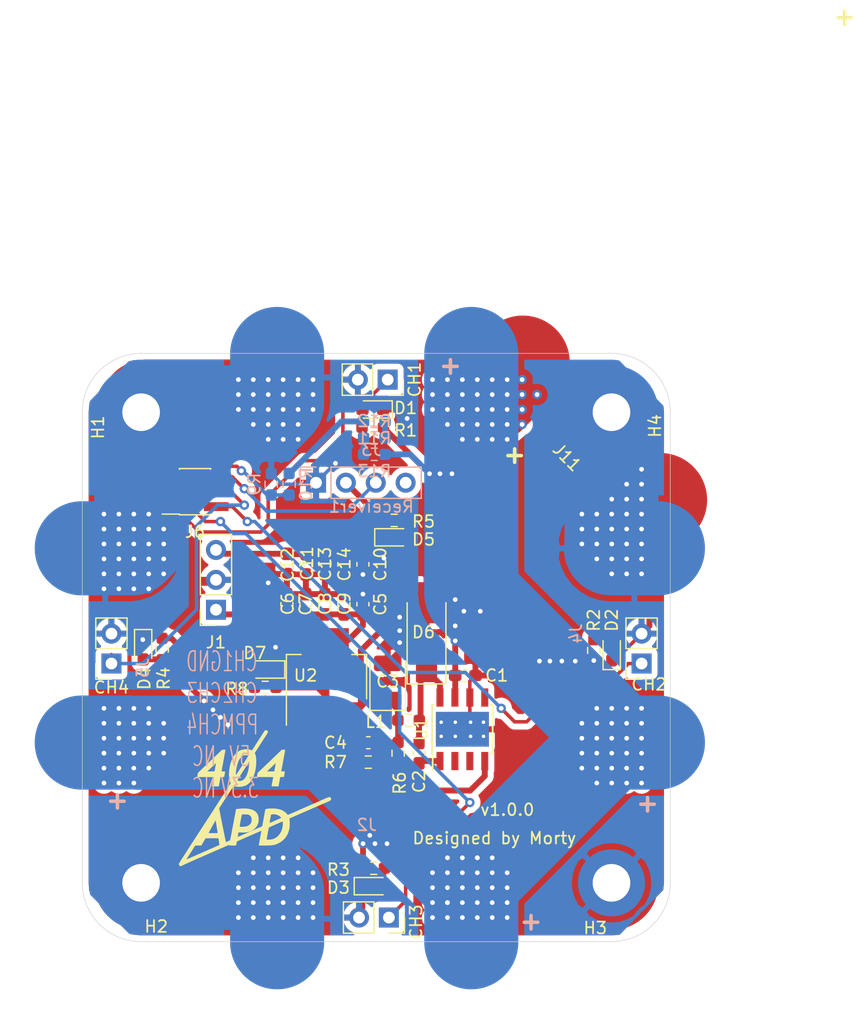
<source format=kicad_pcb>
(kicad_pcb (version 20171130) (host pcbnew "(5.1.8-0-10_14)")
  (title_block (title batt_board) (date 2021-03-06) (rev v1.0.0) (company 404APD))
  (layers (0 F.Cu signal) (31 B.Cu signal) (34 B.Paste user) (35 F.Paste user) (36 B.SilkS user hide) (37 F.SilkS user) (38 B.Mask user) (39 F.Mask user) (44 Edge.Cuts user))
  (net 0 "")
  (net 1 GND)
  (net 2 /VCC_IN)
  (net 3 "Net-(C2-Pad2)")
  (net 4 "Net-(C2-Pad1)")
  (net 5 "Net-(D1-Pad2)")
  (net 6 "Net-(D2-Pad2)")
  (net 7 "Net-(D3-Pad2)")
  (net 8 "Net-(D4-Pad2)")
  (net 9 "Net-(D5-Pad2)")
  (net 10 "Net-(D7-Pad2)")
  (net 11 +5V)
  (net 12 PWM_CH1)
  (net 13 PWM_CH2)
  (net 14 +3V3)
  (net 15 PWM_CH3)
  (net 16 PWM_CH4)
  (net 17 "Net-(R6-Pad2)")
  (net 18 "Net-(U1-Pad5)")
  (net 19 "Net-(U1-Pad3)")
  (net 20 "Net-(U1-Pad2)")
  (net 21 "Net-(R10-Pad2)")
  (net 22 "Net-(R11-Pad2)")
  (net 23 "Net-(R12-Pad2)")
  (net 24 "Net-(Receiver1-Pad4)")
  (net 25 PPM)
  (net 26 /ADC_IN)
  (module batt_board:small_404APD (layer F.Cu) (at 129.54 97.917)
    (fp_text reference G*** hide)
    (fp_text value LOGO hide)
  )
  (module Button_Switch_SMD:ESC_Battery_Pale (layer B.Cu) (at 117 85 270)
    (fp_text reference J5 (at 1.741 -3.142 270) (layer B.SilkS) (effects (justify mirror)))
    (fp_text value Conn_01x02)
    (pad 2 smd oval (at 8.0772 0.0508 270) (size 8 12) (layers B.Cu B.Paste B.Mask) (net 2 /VCC_IN))
    (pad 1 smd oval (at -8.4328 0.0508 270) (size 8 12) (layers B.Cu B.Paste B.Mask) (net 1 GND))
  )
  (module Connector_PinHeader_2.54mm:PinHeader_1x04_P2.54mm_Vertical (layer B.Cu) (at 134.874 70.993 270)
    (fp_text reference Receiver1 (at 2.032 -4.699 180) (layer B.SilkS) (effects (justify mirror)))
    (fp_text value Conn_01x04)
    (pad 1 thru_hole rect (at 0 0 270) (size 1.7 1.7) (drill 1) (layers *.Cu *.Mask) (net 1 GND))
    (pad 2 thru_hole oval (at 0 -2.54 270) (size 1.7 1.7) (drill 1) (layers *.Cu *.Mask) (net 11 +5V))
    (pad 3 thru_hole oval (at 0 -5.08 270) (size 1.7 1.7) (drill 1) (layers *.Cu *.Mask) (net 25 PPM))
    (pad 4 thru_hole oval (at 0 -7.62 270) (size 1.7 1.7) (drill 1) (layers *.Cu *.Mask) (net 24 "Net-(Receiver1-Pad4)"))
  )
  (module Resistor_SMD:R_0603_1608Metric_Pad0.98x0.95mm_HandSolder (layer B.Cu) (at 139.827 68.58)
    (fp_text reference R13 (at 0 1.43) (layer B.SilkS) (effects (justify mirror)))
    (fp_text value 10k)
    (pad 2 smd roundrect (at 0.9125 0) (size 0.975 0.95) (layers B.Cu B.Paste B.Mask) (net 2 /VCC_IN))
    (pad 1 smd roundrect (at -0.9125 0) (size 0.975 0.95) (layers B.Cu B.Paste B.Mask) (net 23 "Net-(R12-Pad2)"))
  )
  (module Resistor_SMD:R_0603_1608Metric_Pad0.98x0.95mm_HandSolder (layer B.Cu) (at 139.827 67.183 180)
    (fp_text reference R12 (at 0 1.43) (layer B.SilkS) (effects (justify mirror)))
    (fp_text value 10k)
    (pad 2 smd roundrect (at 0.9125 0 180) (size 0.975 0.95) (layers B.Cu B.Paste B.Mask) (net 23 "Net-(R12-Pad2)"))
    (pad 1 smd roundrect (at -0.9125 0 180) (size 0.975 0.95) (layers B.Cu B.Paste B.Mask) (net 22 "Net-(R11-Pad2)"))
  )
  (module Resistor_SMD:R_0603_1608Metric_Pad0.98x0.95mm_HandSolder (layer B.Cu) (at 139.827 65.786)
    (fp_text reference R11 (at 0 1.43) (layer B.SilkS) (effects (justify mirror)))
    (fp_text value 10k)
    (pad 2 smd roundrect (at 0.9125 0) (size 0.975 0.95) (layers B.Cu B.Paste B.Mask) (net 22 "Net-(R11-Pad2)"))
    (pad 1 smd roundrect (at -0.9125 0) (size 0.975 0.95) (layers B.Cu B.Paste B.Mask) (net 21 "Net-(R10-Pad2)"))
  )
  (module Resistor_SMD:R_0603_1608Metric_Pad0.98x0.95mm_HandSolder (layer B.Cu) (at 132.588 71.12 90)
    (fp_text reference R10 (at 0 1.43 90) (layer B.SilkS) (effects (justify mirror)))
    (fp_text value 10k)
    (pad 2 smd roundrect (at 0.9125 0 90) (size 0.975 0.95) (layers B.Cu B.Paste B.Mask) (net 21 "Net-(R10-Pad2)"))
    (pad 1 smd roundrect (at -0.9125 0 90) (size 0.975 0.95) (layers B.Cu B.Paste B.Mask) (net 26 /ADC_IN))
  )
  (module Resistor_SMD:R_0603_1608Metric_Pad0.98x0.95mm_HandSolder (layer B.Cu) (at 131.064 71.12 270)
    (fp_text reference R9 (at 0 1.43 90) (layer B.SilkS) (effects (justify mirror)))
    (fp_text value 10k)
    (pad 2 smd roundrect (at 0.9125 0 270) (size 0.975 0.95) (layers B.Cu B.Paste B.Mask) (net 26 /ADC_IN))
    (pad 1 smd roundrect (at -0.9125 0 270) (size 0.975 0.95) (layers B.Cu B.Paste B.Mask) (net 1 GND))
  )
  (module Connector_PinSocket_1.27mm:PinSocket_2x03_P1.27mm_Vertical_SMD (layer F.Cu) (at 124.587 71.755 180)
    (fp_text reference J6 (at 0 -3.405) (layer F.SilkS))
    (fp_text value Conn_02x03_Counter_Clockwise)
    (pad 6 smd rect (at -1.8 1.27 180) (size 2.1 0.75) (layers F.Cu F.Paste F.Mask) (net 25 PPM))
    (pad 5 smd rect (at 1.8 1.27 180) (size 2.1 0.75) (layers F.Cu F.Paste F.Mask) (net 26 /ADC_IN))
    (pad 4 smd rect (at -1.8 0 180) (size 2.1 0.75) (layers F.Cu F.Paste F.Mask) (net 16 PWM_CH4))
    (pad 3 smd rect (at 1.8 0 180) (size 2.1 0.75) (layers F.Cu F.Paste F.Mask) (net 15 PWM_CH3))
    (pad 2 smd rect (at -1.8 -1.27 180) (size 2.1 0.75) (layers F.Cu F.Paste F.Mask) (net 13 PWM_CH2))
    (pad 1 smd rect (at 1.8 -1.27 180) (size 2.1 0.75) (layers F.Cu F.Paste F.Mask) (net 12 PWM_CH1))
  )
  (module Connector_PinSocket_2.54mm:PinSocket_1x03_P2.54mm_Vertical (layer F.Cu) (at 126.365 81.788 180)
    (fp_text reference J1 (at 0 -2.77) (layer F.SilkS))
    (fp_text value Conn_01x03)
    (pad 3 thru_hole oval (at 0 5.08 180) (size 1.7 1.7) (drill 1) (layers *.Cu *.Mask) (net 11 +5V))
    (pad 2 thru_hole oval (at 0 2.54 180) (size 1.7 1.7) (drill 1) (layers *.Cu *.Mask) (net 1 GND))
    (pad 1 thru_hole rect (at 0 0 180) (size 1.7 1.7) (drill 1) (layers *.Cu *.Mask) (net 14 +3V3))
  )
  (module Capacitor_Tantalum_SMD:CP_EIA-3528-21_Kemet-B (layer F.Cu) (at 140.97 87.884 90)
    (fp_text reference C3 (at 0 0) (layer F.SilkS))
    (fp_text value 220uF)
    (pad 2 smd roundrect (at 1.5375 0 90) (size 1.325 2.35) (layers F.Cu F.Paste F.Mask) (roundrect_rratio 0.1886769811320755) (net 1 GND))
    (pad 1 smd roundrect (at -1.5375 0 90) (size 1.325 2.35) (layers F.Cu F.Paste F.Mask) (roundrect_rratio 0.1886769811320755) (net 11 +5V))
  )
  (module Button_Switch_SMD:ESC_Battery_Pale (layer B.Cu) (at 140 108)
    (fp_text reference J2 (at -0.808 -7.924) (layer B.SilkS) (effects (justify mirror)))
    (fp_text value Conn_01x02)
    (pad 2 smd oval (at 8.0772 0.0508) (size 8 12) (layers B.Cu B.Paste B.Mask) (net 2 /VCC_IN))
    (pad 1 smd oval (at -8.4328 0.0508) (size 8 12) (layers B.Cu B.Paste B.Mask) (net 1 GND))
  )
  (module Button_Switch_SMD:ESC_Battery_Pale (layer B.Cu) (at 162 85 270)
    (fp_text reference J4 (at -1.18 5.028 270) (layer B.SilkS) (effects (justify mirror)))
    (fp_text value Conn_01x02)
    (pad 2 smd oval (at 8.0772 0.0508 270) (size 8 12) (layers B.Cu B.Paste B.Mask) (net 2 /VCC_IN))
    (pad 1 smd oval (at -8.4328 0.0508 270) (size 8 12) (layers B.Cu B.Paste B.Mask) (net 1 GND))
  )
  (module Button_Switch_SMD:ESC_Battery_Pale (layer B.Cu) (at 140 62)
    (fp_text reference J3 (at -0.427 6.199) (layer B.SilkS) (effects (justify mirror)))
    (fp_text value Conn_01x02)
    (pad 2 smd oval (at 8.0772 0.0508) (size 8 12) (layers B.Cu B.Paste B.Mask) (net 2 /VCC_IN))
    (pad 1 smd oval (at -8.4328 0.0508) (size 8 12) (layers B.Cu B.Paste B.Mask) (net 1 GND))
  )
  (module MountingHole:MountingHole_3.2mm_M3_ISO7380_Pad_TopBottom (layer F.Cu) (at 160 65)
    (fp_text reference H4 (at 3.703 1.167 90) (layer F.SilkS))
    (fp_text value MountingHole_Pad)
    (pad 1 connect circle (at 0 0) (size 5.7 5.7) (layers B.Cu B.Mask) (net 1 GND))
    (pad 1 connect circle (at 0 0) (size 5.7 5.7) (layers F.Cu F.Mask) (net 1 GND))
    (pad 1 thru_hole circle (at 0 0) (size 3.6 3.6) (drill 3.2) (layers *.Cu *.Mask) (net 1 GND))
  )
  (module Button_Switch_SMD:ESC_Battery_Pale (layer F.Cu) (at 156.972 68.199 315)
    (fp_text reference J11 (at -0.089803 0.987828 135) (layer F.SilkS))
    (fp_text value battery_plug_in)
    (pad 1 smd oval (at -8.4328 -0.0508 315) (size 8 12) (layers F.Cu F.Paste F.Mask) (net 2 /VCC_IN))
    (pad 2 smd oval (at 8.0772 -0.0508 315) (size 8 12) (layers F.Cu F.Paste F.Mask) (net 1 GND))
  )
  (module MountingHole:MountingHole_3.2mm_M3_ISO7380_Pad_TopBottom (layer F.Cu) (at 120 105)
    (fp_text reference H2 (at 1.285 3.712) (layer F.SilkS))
    (fp_text value MountingHole_Pad)
    (pad 1 connect circle (at 0 0) (size 5.7 5.7) (layers B.Cu B.Mask) (net 1 GND))
    (pad 1 connect circle (at 0 0) (size 5.7 5.7) (layers F.Cu F.Mask) (net 1 GND))
    (pad 1 thru_hole circle (at 0 0) (size 3.6 3.6) (drill 3.2) (layers *.Cu *.Mask) (net 1 GND))
  )
  (module Package_TO_SOT_SMD:SOT-223-3_TabPin2 (layer F.Cu) (at 135.763 87.503 90)
    (fp_text reference U2 (at 0.127 -1.778) (layer F.SilkS))
    (fp_text value AMS1117-3.3)
    (pad 1 smd rect (at -3.15 -2.3 90) (size 2 1.5) (layers F.Cu F.Paste F.Mask) (net 1 GND))
    (pad 3 smd rect (at -3.15 2.3 90) (size 2 1.5) (layers F.Cu F.Paste F.Mask) (net 11 +5V))
    (pad 2 smd rect (at -3.15 0 90) (size 2 1.5) (layers F.Cu F.Paste F.Mask) (net 14 +3V3))
    (pad 2 smd rect (at 3.15 0 90) (size 2 3.8) (layers F.Cu F.Paste F.Mask) (net 14 +3V3))
  )
  (module Package_SO:TI_SO-PowerPAD-8_ThermalVias (layer F.Cu) (at 147.32 91.948 90)
    (fp_text reference U1 (at 0 -3.5 90) (layer F.SilkS))
    (fp_text value TPS5430DDA)
    (pad 9 thru_hole circle (at 0.6 1.8 90) (size 0.6 0.6) (drill 0.3) (layers *.Cu) (net 1 GND))
    (pad 9 thru_hole circle (at 0.6 0.7 90) (size 0.6 0.6) (drill 0.3) (layers *.Cu) (net 1 GND))
    (pad 9 thru_hole circle (at -0.6 0.7 90) (size 0.6 0.6) (drill 0.3) (layers *.Cu) (net 1 GND))
    (pad 9 thru_hole circle (at -0.6 1.8 90) (size 0.6 0.6) (drill 0.3) (layers *.Cu) (net 1 GND))
    (pad 9 thru_hole circle (at 0.6 -1.8 90) (size 0.6 0.6) (drill 0.3) (layers *.Cu) (net 1 GND))
    (pad 9 thru_hole circle (at 0.6 -0.6 90) (size 0.6 0.6) (drill 0.3) (layers *.Cu) (net 1 GND))
    (pad 9 thru_hole circle (at -0.6 -0.6 90) (size 0.6 0.6) (drill 0.3) (layers *.Cu) (net 1 GND))
    (pad 9 thru_hole circle (at -0.6 -1.8 90) (size 0.6 0.6) (drill 0.3) (layers *.Cu) (net 1 GND))
    (pad 9 smd rect (at 0 0 90) (size 2.95 4.5) (layers B.Cu) (net 1 GND))
    (pad 8 smd rect (at 2.7 -1.905 90) (size 1.55 0.6) (layers F.Cu F.Paste F.Mask) (net 3 "Net-(C2-Pad2)"))
    (pad 7 smd rect (at 2.7 -0.635 90) (size 1.55 0.6) (layers F.Cu F.Paste F.Mask) (net 2 /VCC_IN))
    (pad 6 smd rect (at 2.7 0.635 90) (size 1.55 0.6) (layers F.Cu F.Paste F.Mask) (net 1 GND))
    (pad 5 smd rect (at 2.7 1.905 90) (size 1.55 0.6) (layers F.Cu F.Paste F.Mask) (net 18 "Net-(U1-Pad5)"))
    (pad 4 smd rect (at -2.7 1.905 90) (size 1.55 0.6) (layers F.Cu F.Paste F.Mask) (net 17 "Net-(R6-Pad2)"))
    (pad 3 smd rect (at -2.7 0.635 90) (size 1.55 0.6) (layers F.Cu F.Paste F.Mask) (net 19 "Net-(U1-Pad3)"))
    (pad 2 smd rect (at -2.7 -0.635 90) (size 1.55 0.6) (layers F.Cu F.Paste F.Mask) (net 20 "Net-(U1-Pad2)"))
    (pad 1 smd rect (at -2.7 -1.905 90) (size 1.55 0.6) (layers F.Cu F.Paste F.Mask) (net 4 "Net-(C2-Pad1)"))
    (pad 9 smd rect (at 0 0 90) (size 2.95 4.5) (layers F.Cu) (net 1 GND))
    (pad 9 smd rect (at 0 0 90) (size 2.6 3.1) (layers F.Cu F.Paste F.Mask) (net 1 GND))
  )
  (module Resistor_SMD:R_0603_1608Metric_Pad0.98x0.95mm_HandSolder (layer F.Cu) (at 130.556 88.392 180)
    (fp_text reference R8 (at 2.413 -0.127) (layer F.SilkS))
    (fp_text value 4.7K)
    (pad 2 smd roundrect (at 0.9125 0 180) (size 0.975 0.95) (layers F.Cu F.Paste F.Mask) (net 10 "Net-(D7-Pad2)"))
    (pad 1 smd roundrect (at -0.9125 0 180) (size 0.975 0.95) (layers F.Cu F.Paste F.Mask) (net 14 +3V3))
  )
  (module Resistor_SMD:R_0603_1608Metric_Pad0.98x0.95mm_HandSolder (layer F.Cu) (at 139.319 94.742 180)
    (fp_text reference R7 (at 2.794 0) (layer F.SilkS))
    (fp_text value 3.24K)
    (pad 2 smd roundrect (at 0.9125 0 180) (size 0.975 0.95) (layers F.Cu F.Paste F.Mask) (net 1 GND))
    (pad 1 smd roundrect (at -0.9125 0 180) (size 0.975 0.95) (layers F.Cu F.Paste F.Mask) (net 17 "Net-(R6-Pad2)"))
  )
  (module Resistor_SMD:R_0603_1608Metric_Pad0.98x0.95mm_HandSolder (layer F.Cu) (at 141.859 93.98 270)
    (fp_text reference R6 (at 2.54 -0.127 90) (layer F.SilkS))
    (fp_text value 10K)
    (pad 2 smd roundrect (at 0.9125 0 270) (size 0.975 0.95) (layers F.Cu F.Paste F.Mask) (net 17 "Net-(R6-Pad2)"))
    (pad 1 smd roundrect (at -0.9125 0 270) (size 0.975 0.95) (layers F.Cu F.Paste F.Mask) (net 11 +5V))
  )
  (module Resistor_SMD:R_0603_1608Metric_Pad0.98x0.95mm_HandSolder (layer F.Cu) (at 141.526964 74.195733)
    (fp_text reference R5 (at 2.491036 0.099267) (layer F.SilkS))
    (fp_text value 4.7K)
    (pad 1 smd roundrect (at -0.9125 0) (size 0.975 0.95) (layers F.Cu F.Paste F.Mask) (net 11 +5V))
    (pad 2 smd roundrect (at 0.9125 0) (size 0.975 0.95) (layers F.Cu F.Paste F.Mask) (net 9 "Net-(D5-Pad2)"))
  )
  (module Resistor_SMD:R_0603_1608Metric_Pad0.98x0.95mm_HandSolder (layer F.Cu) (at 121.790622 85.131715 90)
    (fp_text reference R4 (at -2.498285 0.129378 90) (layer F.SilkS))
    (fp_text value 10K)
    (pad 2 smd roundrect (at 0.9125 0 90) (size 0.975 0.95) (layers F.Cu F.Paste F.Mask) (net 2 /VCC_IN))
    (pad 1 smd roundrect (at -0.9125 0 90) (size 0.975 0.95) (layers F.Cu F.Paste F.Mask) (net 8 "Net-(D4-Pad2)"))
  )
  (module Resistor_SMD:R_0603_1608Metric_Pad0.98x0.95mm_HandSolder (layer F.Cu) (at 139.782 103.759 180)
    (fp_text reference R3 (at 3.003 -0.127) (layer F.SilkS))
    (fp_text value 10K)
    (pad 2 smd roundrect (at 0.9125 0 180) (size 0.975 0.95) (layers F.Cu F.Paste F.Mask) (net 2 /VCC_IN))
    (pad 1 smd roundrect (at -0.9125 0 180) (size 0.975 0.95) (layers F.Cu F.Paste F.Mask) (net 7 "Net-(D3-Pad2)"))
  )
  (module Resistor_SMD:R_0603_1608Metric_Pad0.98x0.95mm_HandSolder (layer F.Cu) (at 158.496 85.243014 270)
    (fp_text reference R2 (at -2.566014 0 90) (layer F.SilkS))
    (fp_text value 10K)
    (pad 2 smd roundrect (at 0.9125 0 270) (size 0.975 0.95) (layers F.Cu F.Paste F.Mask) (net 2 /VCC_IN))
    (pad 1 smd roundrect (at -0.9125 0 270) (size 0.975 0.95) (layers F.Cu F.Paste F.Mask) (net 6 "Net-(D2-Pad2)"))
  )
  (module Resistor_SMD:R_0603_1608Metric_Pad0.98x0.95mm_HandSolder (layer F.Cu) (at 139.7 66.294)
    (fp_text reference R1 (at 2.794 0.254) (layer F.SilkS))
    (fp_text value 10K)
    (pad 2 smd roundrect (at 0.9125 0) (size 0.975 0.95) (layers F.Cu F.Paste F.Mask) (net 2 /VCC_IN))
    (pad 1 smd roundrect (at -0.9125 0) (size 0.975 0.95) (layers F.Cu F.Paste F.Mask) (net 5 "Net-(D1-Pad2)"))
  )
  (module Resistor_SMD:R_0603_1608Metric_Pad0.98x0.95mm_HandSolder (layer F.Cu) (at 142.748 91.186 180)
    (fp_text reference L1 (at 2.794 -0.127) (layer F.SilkS))
    (fp_text value 10uH)
    (pad 2 smd roundrect (at 0.9125 0 180) (size 0.975 0.95) (layers F.Cu F.Paste F.Mask) (net 11 +5V))
    (pad 1 smd roundrect (at -0.9125 0 180) (size 0.975 0.95) (layers F.Cu F.Paste F.Mask) (net 3 "Net-(C2-Pad2)"))
  )
  (module MountingHole:MountingHole_3.2mm_M3_ISO7380_Pad_TopBottom (layer F.Cu) (at 160 105)
    (fp_text reference H3 (at -1.377 3.839) (layer F.SilkS))
    (fp_text value MountingHole_Pad)
    (pad 1 connect circle (at 0 0) (size 5.7 5.7) (layers B.Cu B.Mask) (net 1 GND))
    (pad 1 connect circle (at 0 0) (size 5.7 5.7) (layers F.Cu F.Mask) (net 1 GND))
    (pad 1 thru_hole circle (at 0 0) (size 3.6 3.6) (drill 3.2) (layers *.Cu *.Mask) (net 1 GND))
  )
  (module MountingHole:MountingHole_3.2mm_M3_ISO7380_Pad_TopBottom (layer F.Cu) (at 120 65)
    (fp_text reference H1 (at -3.668 1.294 90) (layer F.SilkS))
    (fp_text value MountingHole_Pad)
    (pad 1 connect circle (at 0 0) (size 5.7 5.7) (layers B.Cu B.Mask) (net 1 GND))
    (pad 1 connect circle (at 0 0) (size 5.7 5.7) (layers F.Cu F.Mask) (net 1 GND))
    (pad 1 thru_hole circle (at 0 0) (size 3.6 3.6) (drill 3.2) (layers *.Cu *.Mask) (net 1 GND))
  )
  (module LED_SMD:LED_0603_1608Metric_Pad1.05x0.95mm_HandSolder (layer F.Cu) (at 130.556 86.868 180)
    (fp_text reference D7 (at 0.889 1.397) (layer F.SilkS))
    (fp_text value LED_Small)
    (pad 2 smd roundrect (at 0.875 0 180) (size 1.05 0.95) (layers F.Cu F.Paste F.Mask) (net 10 "Net-(D7-Pad2)"))
    (pad 1 smd roundrect (at -0.875 0 180) (size 1.05 0.95) (layers F.Cu F.Paste F.Mask) (net 1 GND))
  )
  (module Diode_SMD:D_SMA_Handsoldering (layer F.Cu) (at 144.272 83.693 90)
    (fp_text reference D6 (at 0 -0.254 180) (layer F.SilkS))
    (fp_text value B340A)
    (pad 2 smd rect (at 2.5 0 90) (size 3.5 1.8) (layers F.Cu F.Paste F.Mask) (net 1 GND))
    (pad 1 smd rect (at -2.5 0 90) (size 3.5 1.8) (layers F.Cu F.Paste F.Mask) (net 3 "Net-(C2-Pad2)"))
  )
  (module LED_SMD:LED_0603_1608Metric_Pad1.05x0.95mm_HandSolder (layer F.Cu) (at 141.526964 75.632574)
    (fp_text reference D5 (at 2.491036 0.186426) (layer F.SilkS))
    (fp_text value LED_Small)
    (pad 1 smd roundrect (at -0.875 0) (size 1.05 0.95) (layers F.Cu F.Paste F.Mask) (net 1 GND))
    (pad 2 smd roundrect (at 0.875 0) (size 1.05 0.95) (layers F.Cu F.Paste F.Mask) (net 9 "Net-(D5-Pad2)"))
  )
  (module LED_SMD:LED_0603_1608Metric_Pad1.05x0.95mm_HandSolder (layer F.Cu) (at 120.174176 85.131715 270)
    (fp_text reference D4 (at 2.498285 -0.094824 90) (layer F.SilkS))
    (fp_text value LED_Small)
    (pad 2 smd roundrect (at 0.875 0 270) (size 1.05 0.95) (layers F.Cu F.Paste F.Mask) (net 8 "Net-(D4-Pad2)"))
    (pad 1 smd roundrect (at -0.875 0 270) (size 1.05 0.95) (layers F.Cu F.Paste F.Mask) (net 1 GND))
  )
  (module LED_SMD:LED_0603_1608Metric_Pad1.05x0.95mm_HandSolder (layer F.Cu) (at 139.782 105.283)
    (fp_text reference D3 (at -3.003 0.127) (layer F.SilkS))
    (fp_text value LED_Small)
    (pad 2 smd roundrect (at 0.875 0) (size 1.05 0.95) (layers F.Cu F.Paste F.Mask) (net 7 "Net-(D3-Pad2)"))
    (pad 1 smd roundrect (at -0.875 0) (size 1.05 0.95) (layers F.Cu F.Paste F.Mask) (net 1 GND))
  )
  (module LED_SMD:LED_0603_1608Metric_Pad1.05x0.95mm_HandSolder (layer F.Cu) (at 160.02 85.217 90)
    (fp_text reference D2 (at 2.54 0 90) (layer F.SilkS))
    (fp_text value LED_Small)
    (pad 2 smd roundrect (at 0.875 0 90) (size 1.05 0.95) (layers F.Cu F.Paste F.Mask) (net 6 "Net-(D2-Pad2)"))
    (pad 1 smd roundrect (at -0.875 0 90) (size 1.05 0.95) (layers F.Cu F.Paste F.Mask) (net 1 GND))
  )
  (module LED_SMD:LED_0603_1608Metric_Pad1.05x0.95mm_HandSolder (layer F.Cu) (at 139.7 64.77 180)
    (fp_text reference D1 (at -2.794 0.127) (layer F.SilkS))
    (fp_text value LED_Small)
    (pad 2 smd roundrect (at 0.875 0 180) (size 1.05 0.95) (layers F.Cu F.Paste F.Mask) (net 5 "Net-(D1-Pad2)"))
    (pad 1 smd roundrect (at -0.875 0 180) (size 1.05 0.95) (layers F.Cu F.Paste F.Mask) (net 1 GND))
  )
  (module Connector_PinSocket_2.54mm:PinSocket_1x02_P2.54mm_Vertical (layer F.Cu) (at 117.475 86.36 180)
    (fp_text reference CH4 (at 0 -2.032) (layer F.SilkS))
    (fp_text value Conn_01x02)
    (pad 2 thru_hole oval (at 0 2.54 180) (size 1.7 1.7) (drill 1) (layers *.Cu *.Mask) (net 1 GND))
    (pad 1 thru_hole rect (at 0 0 180) (size 1.7 1.7) (drill 1) (layers *.Cu *.Mask) (net 16 PWM_CH4))
  )
  (module Connector_PinSocket_2.54mm:PinSocket_1x02_P2.54mm_Vertical (layer F.Cu) (at 141.0722 107.95 270)
    (fp_text reference CH3 (at 0.381 -2.3108 90) (layer F.SilkS))
    (fp_text value Conn_01x02)
    (pad 2 thru_hole oval (at 0 2.54 270) (size 1.7 1.7) (drill 1) (layers *.Cu *.Mask) (net 1 GND))
    (pad 1 thru_hole rect (at 0 0 270) (size 1.7 1.7) (drill 1) (layers *.Cu *.Mask) (net 15 PWM_CH3))
  )
  (module Connector_PinSocket_2.54mm:PinSocket_1x02_P2.54mm_Vertical (layer F.Cu) (at 162.56 86.36 180)
    (fp_text reference CH2 (at -0.635 -1.778) (layer F.SilkS))
    (fp_text value Conn_01x02)
    (pad 2 thru_hole oval (at 0 2.54 180) (size 1.7 1.7) (drill 1) (layers *.Cu *.Mask) (net 1 GND))
    (pad 1 thru_hole rect (at 0 0 180) (size 1.7 1.7) (drill 1) (layers *.Cu *.Mask) (net 13 PWM_CH2))
  )
  (module Connector_PinSocket_2.54mm:PinSocket_1x02_P2.54mm_Vertical (layer F.Cu) (at 140.97 62.23 270)
    (fp_text reference CH1 (at 0 -2.286 90) (layer F.SilkS))
    (fp_text value Conn_01x02)
    (pad 2 thru_hole oval (at 0 2.54 270) (size 1.7 1.7) (drill 1) (layers *.Cu *.Mask) (net 1 GND))
    (pad 1 thru_hole rect (at 0 0 270) (size 1.7 1.7) (drill 1) (layers *.Cu *.Mask) (net 12 PWM_CH1))
  )
  (module Capacitor_SMD:C_0603_1608Metric_Pad1.08x0.95mm_HandSolder (layer F.Cu) (at 137.246267 77.929036 270)
    (fp_text reference C14 (at 0 -0.040733 90) (layer F.SilkS))
    (fp_text value 100nF)
    (pad 2 smd roundrect (at 0.8625 0 270) (size 1.075 0.95) (layers F.Cu F.Paste F.Mask) (net 1 GND))
    (pad 1 smd roundrect (at -0.8625 0 270) (size 1.075 0.95) (layers F.Cu F.Paste F.Mask) (net 11 +5V))
  )
  (module Capacitor_SMD:C_0603_1608Metric_Pad1.08x0.95mm_HandSolder (layer F.Cu) (at 135.629821 77.893511 90)
    (fp_text reference C13 (at 0 0.006179 90) (layer F.SilkS))
    (fp_text value 100nF)
    (pad 2 smd roundrect (at 0.8625 0 90) (size 1.075 0.95) (layers F.Cu F.Paste F.Mask) (net 11 +5V))
    (pad 1 smd roundrect (at -0.8625 0 90) (size 1.075 0.95) (layers F.Cu F.Paste F.Mask) (net 1 GND))
  )
  (module Capacitor_SMD:C_0603_1608Metric_Pad1.08x0.95mm_HandSolder (layer F.Cu) (at 132.396929 77.893511 270)
    (fp_text reference C12 (at 0.084489 -0.064071 90) (layer F.SilkS))
    (fp_text value 100nF)
    (pad 2 smd roundrect (at 0.8625 0 270) (size 1.075 0.95) (layers F.Cu F.Paste F.Mask) (net 1 GND))
    (pad 1 smd roundrect (at -0.8625 0 270) (size 1.075 0.95) (layers F.Cu F.Paste F.Mask) (net 11 +5V))
  )
  (module Capacitor_SMD:C_0603_1608Metric_Pad1.08x0.95mm_HandSolder (layer F.Cu) (at 134.013375 77.929036 90)
    (fp_text reference C11 (at 0.078036 0.098625 90) (layer F.SilkS))
    (fp_text value 100nF)
    (pad 2 smd roundrect (at 0.8625 0 90) (size 1.075 0.95) (layers F.Cu F.Paste F.Mask) (net 11 +5V))
    (pad 1 smd roundrect (at -0.8625 0 90) (size 1.075 0.95) (layers F.Cu F.Paste F.Mask) (net 1 GND))
  )
  (module Capacitor_SMD:C_0603_1608Metric_Pad1.08x0.95mm_HandSolder (layer F.Cu) (at 138.862713 77.929036 270)
    (fp_text reference C10 (at 0 -1.472287 90) (layer F.SilkS))
    (fp_text value 10uF)
    (pad 1 smd roundrect (at -0.8625 0 270) (size 1.075 0.95) (layers F.Cu F.Paste F.Mask) (net 11 +5V))
    (pad 2 smd roundrect (at 0.8625 0 270) (size 1.075 0.95) (layers F.Cu F.Paste F.Mask) (net 1 GND))
  )
  (module Capacitor_SMD:C_0603_1608Metric_Pad1.08x0.95mm_HandSolder (layer F.Cu) (at 137.246267 81.321934 90)
    (fp_text reference C9 (at 0.041934 0.040733 90) (layer F.SilkS))
    (fp_text value 100nF)
    (pad 2 smd roundrect (at 0.8625 0 90) (size 1.075 0.95) (layers F.Cu F.Paste F.Mask) (net 1 GND))
    (pad 1 smd roundrect (at -0.8625 0 90) (size 1.075 0.95) (layers F.Cu F.Paste F.Mask) (net 14 +3V3))
  )
  (module Capacitor_SMD:C_0603_1608Metric_Pad1.08x0.95mm_HandSolder (layer F.Cu) (at 135.629821 81.321934 270)
    (fp_text reference C8 (at -0.041934 -0.006179 90) (layer F.SilkS))
    (fp_text value 100nF)
    (pad 2 smd roundrect (at 0.8625 0 270) (size 1.075 0.95) (layers F.Cu F.Paste F.Mask) (net 14 +3V3))
    (pad 1 smd roundrect (at -0.8625 0 270) (size 1.075 0.95) (layers F.Cu F.Paste F.Mask) (net 1 GND))
  )
  (module Capacitor_SMD:C_0603_1608Metric_Pad1.08x0.95mm_HandSolder (layer F.Cu) (at 134.013375 81.321934 90)
    (fp_text reference C7 (at 0 -0.028375 90) (layer F.SilkS))
    (fp_text value 100nF)
    (pad 2 smd roundrect (at 0.8625 0 90) (size 1.075 0.95) (layers F.Cu F.Paste F.Mask) (net 1 GND))
    (pad 1 smd roundrect (at -0.8625 0 90) (size 1.075 0.95) (layers F.Cu F.Paste F.Mask) (net 14 +3V3))
  )
  (module Capacitor_SMD:C_0603_1608Metric_Pad1.08x0.95mm_HandSolder (layer F.Cu) (at 132.396929 81.321934 270)
    (fp_text reference C6 (at -0.041934 -0.064071 90) (layer F.SilkS))
    (fp_text value 100nF)
    (pad 2 smd roundrect (at 0.8625 0 270) (size 1.075 0.95) (layers F.Cu F.Paste F.Mask) (net 14 +3V3))
    (pad 1 smd roundrect (at -0.8625 0 270) (size 1.075 0.95) (layers F.Cu F.Paste F.Mask) (net 1 GND))
  )
  (module Capacitor_SMD:C_0603_1608Metric_Pad1.08x0.95mm_HandSolder (layer F.Cu) (at 138.862713 81.321934 90)
    (fp_text reference C5 (at 0 1.472287 90) (layer F.SilkS))
    (fp_text value 10uF)
    (pad 1 smd roundrect (at -0.8625 0 90) (size 1.075 0.95) (layers F.Cu F.Paste F.Mask) (net 14 +3V3))
    (pad 2 smd roundrect (at 0.8625 0 90) (size 1.075 0.95) (layers F.Cu F.Paste F.Mask) (net 1 GND))
  )
  (module Capacitor_SMD:C_0603_1608Metric_Pad1.08x0.95mm_HandSolder (layer F.Cu) (at 139.319 93.091 180)
    (fp_text reference C4 (at 2.794 0) (layer F.SilkS))
    (fp_text value 22uF)
    (pad 2 smd roundrect (at 0.8625 0 180) (size 1.075 0.95) (layers F.Cu F.Paste F.Mask) (net 1 GND))
    (pad 1 smd roundrect (at -0.8625 0 180) (size 1.075 0.95) (layers F.Cu F.Paste F.Mask) (net 11 +5V))
  )
  (module Capacitor_SMD:C_0603_1608Metric_Pad1.08x0.95mm_HandSolder (layer F.Cu) (at 143.637 93.98 90)
    (fp_text reference C2 (at -2.413 0 90) (layer F.SilkS))
    (fp_text value 0.01uF)
    (pad 2 smd roundrect (at 0.8625 0 90) (size 1.075 0.95) (layers F.Cu F.Paste F.Mask) (net 3 "Net-(C2-Pad2)"))
    (pad 1 smd roundrect (at -0.8625 0 90) (size 1.075 0.95) (layers F.Cu F.Paste F.Mask) (net 4 "Net-(C2-Pad1)"))
  )
  (module Capacitor_SMD:C_0603_1608Metric_Pad1.08x0.95mm_HandSolder (layer F.Cu) (at 147.574 87.376)
    (fp_text reference C1 (at 2.667 0) (layer F.SilkS))
    (fp_text value 10uF)
    (pad 2 smd roundrect (at 0.8625 0) (size 1.075 0.95) (layers F.Cu F.Paste F.Mask) (net 1 GND))
    (pad 1 smd roundrect (at -0.8625 0) (size 1.075 0.95) (layers F.Cu F.Paste F.Mask) (net 2 /VCC_IN))
  )
  (gr_text "Designed by Morty\n\n" (at 150.038 102.01) (layer F.SilkS) (effects (font (size 1 1))))
  (gr_text "v1.0.0\n" (at 151.148 98.79) (layer F.SilkS) (effects (font (size 1 1))))
  (gr_text "+\n" (at 151.765 68.58) (layer F.SilkS) (effects (font (size 1.5 1.5) (thickness 0.3))))
  (gr_text "+\n" (at 163.068 98.425 180) (layer B.SilkS) (effects (font (size 1.5 1.5) (thickness 0.3)) (justify mirror)))
  (gr_text "+\n" (at 153.162 108.458 180) (layer B.SilkS) (effects (font (size 1.5 1.5) (thickness 0.3)) (justify mirror)))
  (gr_text "+\n" (at 117.983 98.171 180) (layer B.SilkS) (effects (font (size 1.5 1.5) (thickness 0.3)) (justify mirror)))
  (gr_text "+\n" (at 179.832 31.369) (layer F.SilkS) (effects (font (size 1.5 1.5) (thickness 0.3))))
  (gr_text "+\n" (at 146.304 61.214 180) (layer B.SilkS) (effects (font (size 1.5 1.5) (thickness 0.3)) (justify mirror)))
  (gr_text "GND\nCH3\nCH4\nNC\nNC" (at 125.349 91.567) (layer B.SilkS) (effects (font (size 1.67 1) (thickness 0.125)) (justify mirror)))
  (gr_text "CH1\nCH2\nPPM\n5V\n3.3V" (at 128.397 91.567) (layer B.SilkS) (effects (font (size 1.67 1) (thickness 0.125)) (justify mirror)))
  (gr_arc (start 160 65) (end 165 65) (angle -90) (layer Edge.Cuts) (width 0.05))
  (gr_arc (start 120 65) (end 120 60) (angle -90) (layer Edge.Cuts) (width 0.05))
  (gr_arc (start 160 105) (end 160 110) (angle -90) (layer Edge.Cuts) (width 0.05))
  (gr_arc (start 120 105) (end 115 105) (angle -90) (layer Edge.Cuts) (width 0.05))
  (gr_line (start 165 65) (end 165 105) (layer Edge.Cuts) (width 0.05))
  (gr_line (start 120 60) (end 160 60) (layer Edge.Cuts) (width 0.05))
  (gr_line (start 120 110) (end 160 110) (layer Edge.Cuts) (width 0.05))
  (gr_line (start 115 65) (end 115 105) (layer Edge.Cuts) (width 0.05))
  (via (at 120.142 84.328) (size 0.8) (drill 0.4) (layers F.Cu B.Cu) (net 1))
  (via (at 120.65 80.01) (size 0.8) (drill 0.4) (layers F.Cu B.Cu) (net 1))
  (via (at 133.35 67.31) (size 0.8) (drill 0.4) (layers F.Cu B.Cu) (net 1))
  (via (at 132.08 67.31) (size 0.8) (drill 0.4) (layers F.Cu B.Cu) (net 1))
  (via (at 130.81 67.31) (size 0.8) (drill 0.4) (layers F.Cu B.Cu) (net 1))
  (via (at 157.48 73.66) (size 0.8) (drill 0.4) (layers F.Cu B.Cu) (net 1))
  (via (at 157.48 74.93) (size 0.8) (drill 0.4) (layers F.Cu B.Cu) (net 1))
  (via (at 157.48 76.2) (size 0.8) (drill 0.4) (layers F.Cu B.Cu) (net 1))
  (via (at 158.75 77.47) (size 0.8) (drill 0.4) (layers F.Cu B.Cu) (net 1))
  (via (at 158.75 76.2) (size 0.8) (drill 0.4) (layers F.Cu B.Cu) (net 1))
  (via (at 158.75 74.93) (size 0.8) (drill 0.4) (layers F.Cu B.Cu) (net 1))
  (via (at 158.75 73.66) (size 0.8) (drill 0.4) (layers F.Cu B.Cu) (net 1))
  (via (at 128.27 106.68) (size 0.8) (drill 0.4) (layers F.Cu B.Cu) (net 1))
  (via (at 128.27 107.95) (size 0.8) (drill 0.4) (layers F.Cu B.Cu) (net 1))
  (via (at 128.27 104.14) (size 0.8) (drill 0.4) (layers F.Cu B.Cu) (net 1))
  (via (at 128.27 105.41) (size 0.8) (drill 0.4) (layers F.Cu B.Cu) (net 1))
  (via (at 129.54 102.87) (size 0.8) (drill 0.4) (layers F.Cu B.Cu) (net 1))
  (via (at 133.35 66.04) (size 0.8) (drill 0.4) (layers F.Cu B.Cu) (net 1))
  (via (at 132.08 66.04) (size 0.8) (drill 0.4) (layers F.Cu B.Cu) (net 1))
  (via (at 130.81 66.04) (size 0.8) (drill 0.4) (layers F.Cu B.Cu) (net 1))
  (via (at 129.54 66.04) (size 0.8) (drill 0.4) (layers F.Cu B.Cu) (net 1))
  (via (at 128.27 64.77) (size 0.8) (drill 0.4) (layers F.Cu B.Cu) (net 1))
  (via (at 129.54 64.77) (size 0.8) (drill 0.4) (layers F.Cu B.Cu) (net 1))
  (via (at 130.81 64.77) (size 0.8) (drill 0.4) (layers F.Cu B.Cu) (net 1))
  (via (at 132.08 64.77) (size 0.8) (drill 0.4) (layers F.Cu B.Cu) (net 1))
  (via (at 133.35 64.77) (size 0.8) (drill 0.4) (layers F.Cu B.Cu) (net 1))
  (via (at 134.62 64.77) (size 0.8) (drill 0.4) (layers F.Cu B.Cu) (net 1))
  (via (at 134.62 63.5) (size 0.8) (drill 0.4) (layers F.Cu B.Cu) (net 1))
  (via (at 133.35 63.5) (size 0.8) (drill 0.4) (layers F.Cu B.Cu) (net 1))
  (via (at 132.08 62.23) (size 0.8) (drill 0.4) (layers F.Cu B.Cu) (net 1))
  (via (at 132.08 63.5) (size 0.8) (drill 0.4) (layers F.Cu B.Cu) (net 1))
  (via (at 130.81 63.5) (size 0.8) (drill 0.4) (layers F.Cu B.Cu) (net 1))
  (via (at 128.27 63.5) (size 0.8) (drill 0.4) (layers F.Cu B.Cu) (net 1))
  (via (at 129.54 63.5) (size 0.8) (drill 0.4) (layers F.Cu B.Cu) (net 1))
  (via (at 130.81 62.23) (size 0.8) (drill 0.4) (layers F.Cu B.Cu) (net 1))
  (via (at 128.27 62.23) (size 0.8) (drill 0.4) (layers F.Cu B.Cu) (net 1))
  (via (at 129.54 62.23) (size 0.8) (drill 0.4) (layers F.Cu B.Cu) (net 1))
  (via (at 130.81 62.23) (size 0.8) (drill 0.4) (layers F.Cu B.Cu) (net 1))
  (via (at 133.35 62.23) (size 0.8) (drill 0.4) (layers F.Cu B.Cu) (net 1))
  (via (at 134.62 62.23) (size 0.8) (drill 0.4) (layers F.Cu B.Cu) (net 1))
  (via (at 121.92 74.93) (size 0.8) (drill 0.4) (layers F.Cu B.Cu) (net 1))
  (via (at 121.92 76.2) (size 0.8) (drill 0.4) (layers F.Cu B.Cu) (net 1))
  (via (at 121.92 77.47) (size 0.8) (drill 0.4) (layers F.Cu B.Cu) (net 1))
  (via (at 121.92 78.74) (size 0.8) (drill 0.4) (layers F.Cu B.Cu) (net 1))
  (via (at 120.65 78.74) (size 0.8) (drill 0.4) (layers F.Cu B.Cu) (net 1))
  (via (at 120.65 77.47) (size 0.8) (drill 0.4) (layers F.Cu B.Cu) (net 1))
  (via (at 120.65 76.2) (size 0.8) (drill 0.4) (layers F.Cu B.Cu) (net 1))
  (via (at 120.65 74.93) (size 0.8) (drill 0.4) (layers F.Cu B.Cu) (net 1))
  (via (at 120.65 73.66) (size 0.8) (drill 0.4) (layers F.Cu B.Cu) (net 1))
  (via (at 118.11 73.66) (size 0.8) (drill 0.4) (layers F.Cu B.Cu) (net 1))
  (via (at 119.38 73.66) (size 0.8) (drill 0.4) (layers F.Cu B.Cu) (net 1))
  (via (at 119.38 74.93) (size 0.8) (drill 0.4) (layers F.Cu B.Cu) (net 1))
  (via (at 118.11 74.93) (size 0.8) (drill 0.4) (layers F.Cu B.Cu) (net 1))
  (via (at 118.11 76.2) (size 0.8) (drill 0.4) (layers F.Cu B.Cu) (net 1))
  (via (at 119.38 76.2) (size 0.8) (drill 0.4) (layers F.Cu B.Cu) (net 1))
  (via (at 119.38 77.47) (size 0.8) (drill 0.4) (layers F.Cu B.Cu) (net 1))
  (via (at 118.11 77.47) (size 0.8) (drill 0.4) (layers F.Cu B.Cu) (net 1))
  (via (at 118.11 78.74) (size 0.8) (drill 0.4) (layers F.Cu B.Cu) (net 1))
  (via (at 119.38 78.74) (size 0.8) (drill 0.4) (layers F.Cu B.Cu) (net 1))
  (via (at 119.38 80.01) (size 0.8) (drill 0.4) (layers F.Cu B.Cu) (net 1))
  (via (at 118.11 80.01) (size 0.8) (drill 0.4) (layers F.Cu B.Cu) (net 1))
  (via (at 116.84 80.01) (size 0.8) (drill 0.4) (layers F.Cu B.Cu) (net 1))
  (via (at 116.84 78.74) (size 0.8) (drill 0.4) (layers F.Cu B.Cu) (net 1))
  (via (at 116.84 77.47) (size 0.8) (drill 0.4) (layers F.Cu B.Cu) (net 1))
  (via (at 116.84 76.2) (size 0.8) (drill 0.4) (layers F.Cu B.Cu) (net 1))
  (via (at 116.84 74.93) (size 0.8) (drill 0.4) (layers F.Cu B.Cu) (net 1))
  (via (at 116.84 73.66) (size 0.8) (drill 0.4) (layers F.Cu B.Cu) (net 1))
  (via (at 130.81 102.87) (size 0.8) (drill 0.4) (layers F.Cu B.Cu) (net 1))
  (via (at 132.08 102.87) (size 0.8) (drill 0.4) (layers F.Cu B.Cu) (net 1))
  (via (at 133.35 102.87) (size 0.8) (drill 0.4) (layers F.Cu B.Cu) (net 1))
  (via (at 134.62 105.41) (size 0.8) (drill 0.4) (layers F.Cu B.Cu) (net 1))
  (via (at 134.62 104.14) (size 0.8) (drill 0.4) (layers F.Cu B.Cu) (net 1))
  (via (at 133.35 104.14) (size 0.8) (drill 0.4) (layers F.Cu B.Cu) (net 1))
  (via (at 132.08 104.14) (size 0.8) (drill 0.4) (layers F.Cu B.Cu) (net 1))
  (via (at 130.81 104.14) (size 0.8) (drill 0.4) (layers F.Cu B.Cu) (net 1))
  (via (at 129.54 104.14) (size 0.8) (drill 0.4) (layers F.Cu B.Cu) (net 1))
  (via (at 129.54 105.41) (size 0.8) (drill 0.4) (layers F.Cu B.Cu) (net 1))
  (via (at 130.81 105.41) (size 0.8) (drill 0.4) (layers F.Cu B.Cu) (net 1))
  (via (at 132.08 105.41) (size 0.8) (drill 0.4) (layers F.Cu B.Cu) (net 1))
  (via (at 133.35 105.41) (size 0.8) (drill 0.4) (layers F.Cu B.Cu) (net 1))
  (via (at 133.35 106.68) (size 0.8) (drill 0.4) (layers F.Cu B.Cu) (net 1))
  (via (at 130.81 107.95) (size 0.8) (drill 0.4) (layers F.Cu B.Cu) (net 1))
  (via (at 129.54 107.95) (size 0.8) (drill 0.4) (layers F.Cu B.Cu) (net 1))
  (via (at 132.08 107.95) (size 0.8) (drill 0.4) (layers F.Cu B.Cu) (net 1))
  (via (at 133.35 107.95) (size 0.8) (drill 0.4) (layers F.Cu B.Cu) (net 1))
  (via (at 134.62 107.95) (size 0.8) (drill 0.4) (layers F.Cu B.Cu) (net 1))
  (via (at 134.62 106.68) (size 0.8) (drill 0.4) (layers F.Cu B.Cu) (net 1))
  (via (at 132.08 106.68) (size 0.8) (drill 0.4) (layers F.Cu B.Cu) (net 1))
  (via (at 130.81 106.68) (size 0.8) (drill 0.4) (layers F.Cu B.Cu) (net 1))
  (via (at 129.54 106.68) (size 0.8) (drill 0.4) (layers F.Cu B.Cu) (net 1))
  (via (at 162.56 69.85) (size 0.8) (drill 0.4) (layers F.Cu B.Cu) (net 1))
  (via (at 162.56 71.12) (size 0.8) (drill 0.4) (layers F.Cu B.Cu) (net 1))
  (via (at 161.29 71.12) (size 0.8) (drill 0.4) (layers F.Cu B.Cu) (net 1))
  (via (at 160.02 72.39) (size 0.8) (drill 0.4) (layers F.Cu B.Cu) (net 1))
  (via (at 161.29 72.39) (size 0.8) (drill 0.4) (layers F.Cu B.Cu) (net 1))
  (via (at 162.56 72.39) (size 0.8) (drill 0.4) (layers F.Cu B.Cu) (net 1))
  (via (at 160.02 78.74) (size 0.8) (drill 0.4) (layers F.Cu B.Cu) (net 1))
  (via (at 161.29 78.74) (size 0.8) (drill 0.4) (layers F.Cu B.Cu) (net 1))
  (via (at 162.56 78.74) (size 0.8) (drill 0.4) (layers F.Cu B.Cu) (net 1))
  (via (at 162.56 77.47) (size 0.8) (drill 0.4) (layers F.Cu B.Cu) (net 1))
  (via (at 161.29 77.47) (size 0.8) (drill 0.4) (layers F.Cu B.Cu) (net 1))
  (via (at 160.02 77.47) (size 0.8) (drill 0.4) (layers F.Cu B.Cu) (net 1))
  (via (at 160.02 76.2) (size 0.8) (drill 0.4) (layers F.Cu B.Cu) (net 1))
  (via (at 160.02 74.93) (size 0.8) (drill 0.4) (layers F.Cu B.Cu) (net 1))
  (via (at 161.29 76.2) (size 0.8) (drill 0.4) (layers F.Cu B.Cu) (net 1))
  (via (at 161.29 74.93) (size 0.8) (drill 0.4) (layers F.Cu B.Cu) (net 1))
  (via (at 162.56 76.2) (size 0.8) (drill 0.4) (layers F.Cu B.Cu) (net 1))
  (via (at 162.56 74.93) (size 0.8) (drill 0.4) (layers F.Cu B.Cu) (net 1))
  (via (at 162.56 73.66) (size 0.8) (drill 0.4) (layers F.Cu B.Cu) (net 1))
  (via (at 161.29 73.66) (size 0.8) (drill 0.4) (layers F.Cu B.Cu) (net 1))
  (via (at 160.02 73.66) (size 0.8) (drill 0.4) (layers F.Cu B.Cu) (net 1))
  (segment (start 131.431 86.868) (end 131.431 84.977) (width 0.5) (layer F.Cu) (net 1))
  (segment (start 138.827188 78.756011) (end 138.862713 78.791536) (width 0.3) (layer F.Cu) (net 1))
  (segment (start 132.396929 78.756011) (end 138.827188 78.756011) (width 0.3) (layer F.Cu) (net 1))
  (segment (start 138.862713 80.459434) (end 138.862713 80.459434) (width 0.3) (layer F.Cu) (net 1))
  (segment (start 160.288 86.092) (end 162.56 83.82) (width 0.3) (layer F.Cu) (net 1))
  (segment (start 160.02 86.092) (end 160.288 86.092) (width 0.3) (layer F.Cu) (net 1))
  (via (at 142.621 65.532) (size 0.8) (drill 0.4) (layers F.Cu B.Cu) (net 1))
  (segment (start 140.651964 75.632574) (end 140.651964 77.405964) (width 0.3) (layer F.Cu) (net 1))
  (segment (start 132.396929 78.756011) (end 131.936989 78.756011) (width 0.3) (layer F.Cu) (net 1))
  (via (at 130.81 79.502) (size 0.8) (drill 0.4) (layers F.Cu B.Cu) (net 1))
  (segment (start 131.431 84.977) (end 131.431 84.977) (width 0.5) (layer F.Cu) (net 1))
  (via (at 131.431 84.977) (size 0.8) (drill 0.4) (layers F.Cu B.Cu) (net 1))
  (segment (start 140.651964 77.405964) (end 140.651964 77.405964) (width 0.3) (layer F.Cu) (net 1))
  (via (at 140.651964 77.405964) (size 0.8) (drill 0.4) (layers F.Cu B.Cu) (net 1))
  (segment (start 147.955 87.8575) (end 148.4365 87.376) (width 0.3) (layer F.Cu) (net 1))
  (segment (start 147.955 89.248) (end 147.955 87.8575) (width 0.3) (layer F.Cu) (net 1))
  (segment (start 147.955 91.313) (end 147.32 91.948) (width 0.3) (layer F.Cu) (net 1))
  (segment (start 147.955 89.248) (end 147.955 91.313) (width 0.3) (layer F.Cu) (net 1))
  (segment (start 138.907 107.5752) (end 138.5322 107.95) (width 0.3) (layer F.Cu) (net 1))
  (segment (start 138.907 105.283) (end 138.907 107.5752) (width 0.3) (layer F.Cu) (net 1))
  (segment (start 138.862713 78.791536) (end 138.862713 78.791536) (width 0.3) (layer F.Cu) (net 1))
  (via (at 138.862713 78.791536) (size 0.8) (drill 0.4) (layers F.Cu B.Cu) (net 1))
  (segment (start 138.862713 80.459434) (end 132.396929 80.459434) (width 0.3) (layer F.Cu) (net 1))
  (via (at 138.862713 80.459434) (size 0.8) (drill 0.4) (layers F.Cu B.Cu) (net 1))
  (segment (start 141.859 64.77) (end 142.621 65.532) (width 0.3) (layer F.Cu) (net 1))
  (segment (start 140.575 64.77) (end 141.859 64.77) (width 0.3) (layer F.Cu) (net 1))
  (segment (start 140.081 86.36) (end 140.081 86.36) (width 0.25) (layer F.Cu) (net 1))
  (segment (start 144.272 81.193) (end 143.724 81.193) (width 0.5) (layer F.Cu) (net 1))
  (segment (start 141.986 82.423) (end 141.986 83.566) (width 0.5) (layer F.Cu) (net 1))
  (segment (start 143.216 81.193) (end 141.986 82.423) (width 0.5) (layer F.Cu) (net 1))
  (segment (start 141.986 85.3305) (end 140.97 86.3465) (width 0.5) (layer F.Cu) (net 1))
  (segment (start 144.272 81.193) (end 143.216 81.193) (width 0.5) (layer F.Cu) (net 1))
  (segment (start 141.986 84.582) (end 141.986 85.3305) (width 0.5) (layer F.Cu) (net 1))
  (via (at 141.986 84.582) (size 0.8) (drill 0.4) (layers F.Cu B.Cu) (net 1))
  (segment (start 141.986 83.566) (end 141.986 84.582) (width 0.5) (layer F.Cu) (net 1))
  (via (at 141.986 83.566) (size 0.8) (drill 0.4) (layers F.Cu B.Cu) (net 1))
  (segment (start 141.986 82.423) (end 141.986 82.423) (width 0.5) (layer F.Cu) (net 1))
  (via (at 141.986 82.423) (size 0.8) (drill 0.4) (layers F.Cu B.Cu) (net 1))
  (segment (start 130.79221 65) (end 131.5672 64.22501) (width 8) (layer B.Cu) (net 1))
  (segment (start 120 65) (end 130.79221 65) (width 8) (layer B.Cu) (net 1))
  (segment (start 130.79221 105) (end 131.5672 105.77499) (width 8) (layer B.Cu) (net 1))
  (segment (start 120 105) (end 130.79221 105) (width 8) (layer B.Cu) (net 1))
  (segment (start 160 75.79221) (end 160.77499 76.5672) (width 8) (layer B.Cu) (net 1))
  (segment (start 160 65) (end 160 75.79221) (width 8) (layer B.Cu) (net 1))
  (segment (start 131.757566 80.449566) (end 131.757566 80.459434) (width 0.3) (layer F.Cu) (net 1))
  (segment (start 130.81 79.502) (end 131.757566 80.449566) (width 0.3) (layer F.Cu) (net 1))
  (segment (start 131.757566 80.459434) (end 132.396929 80.459434) (width 0.3) (layer F.Cu) (net 1))
  (segment (start 163.227364 83.152636) (end 162.56 83.82) (width 0.5) (layer F.Cu) (net 1))
  (segment (start 163.227364 74.255522) (end 163.227364 81.247636) (width 0.5) (layer F.Cu) (net 1))
  (segment (start 163.227364 74.255522) (end 163.227364 76.802636) (width 0.5) (layer F.Cu) (net 1))
  (segment (start 163.227364 74.255522) (end 163.227364 75.532636) (width 0.5) (layer F.Cu) (net 1))
  (segment (start 163.227364 74.255522) (end 161.964478 74.255522) (width 0.5) (layer F.Cu) (net 1))
  (segment (start 163.227364 74.255522) (end 159.424478 74.255522) (width 0.5) (layer F.Cu) (net 1))
  (segment (start 163.227364 74.255522) (end 158.154478 74.255522) (width 0.5) (layer F.Cu) (net 1))
  (segment (start 158.075522 74.255522) (end 157.48 73.66) (width 0.5) (layer F.Cu) (net 1))
  (segment (start 163.227364 74.255522) (end 158.075522 74.255522) (width 0.5) (layer F.Cu) (net 1))
  (segment (start 163.227364 74.255522) (end 163.227364 79.342636) (width 0.5) (layer F.Cu) (net 1))
  (segment (start 163.227364 74.255522) (end 163.227364 74.262636) (width 0.5) (layer F.Cu) (net 1))
  (segment (start 163.227364 81.247636) (end 163.227364 83.152636) (width 0.5) (layer F.Cu) (net 1))
  (segment (start 120 105) (end 130.527 105) (width 8) (layer F.Cu) (net 1))
  (segment (start 160 105) (end 159.991 105) (width 8) (layer F.Cu) (net 1))
  (segment (start 159.991 105) (end 157.226 102.235) (width 8) (layer F.Cu) (net 1))
  (segment (start 160.274 75.946) (end 149.86701 75.946) (width 8) (layer F.Cu) (net 1))
  (segment (start 120.484 64.516) (end 131.826 64.516) (width 8) (layer F.Cu) (net 1))
  (segment (start 131.826 64.516) (end 132.08 64.77) (width 8) (layer F.Cu) (net 1))
  (segment (start 120 65) (end 120 75.79221) (width 8) (layer B.Cu) (net 1))
  (segment (start 120 75.79221) (end 119.22501 76.5672) (width 8) (layer B.Cu) (net 1))
  (segment (start 130.937 79.502) (end 130.81 79.502) (width 0.3) (layer F.Cu) (net 1))
  (segment (start 131.682989 78.756011) (end 130.937 79.502) (width 0.3) (layer F.Cu) (net 1))
  (segment (start 132.396929 78.756011) (end 131.682989 78.756011) (width 0.3) (layer F.Cu) (net 1))
  (segment (start 121.92 78.74) (end 122.682 79.502) (width 0.5) (layer F.Cu) (net 1))
  (segment (start 126.111 79.502) (end 126.365 79.248) (width 0.5) (layer F.Cu) (net 1))
  (segment (start 122.682 79.502) (end 126.111 79.502) (width 0.5) (layer F.Cu) (net 1))
  (segment (start 129.921 68.199) (end 130.81 67.31) (width 0.5) (layer B.Cu) (net 1))
  (segment (start 131.064 65.27179) (end 130.79221 65) (width 0.3) (layer B.Cu) (net 1))
  (segment (start 131.064 70.2075) (end 131.064 65.27179) (width 0.3) (layer B.Cu) (net 1))
  (segment (start 134.874 70.993) (end 136.525 69.342) (width 0.3) (layer B.Cu) (net 1))
  (segment (start 136.525 69.342) (end 136.525 69.342) (width 0.3) (layer B.Cu) (net 1))
  (via (at 136.525 69.342) (size 0.8) (drill 0.4) (layers F.Cu B.Cu) (net 1))
  (segment (start 134.747 71.12) (end 134.874 70.993) (width 0.3) (layer B.Cu) (net 1))
  (segment (start 131.9765 71.12) (end 134.747 71.12) (width 0.3) (layer B.Cu) (net 1))
  (segment (start 131.064 70.2075) (end 131.9765 71.12) (width 0.3) (layer B.Cu) (net 1))
  (via (at 151.13 67.31) (size 0.8) (drill 0.4) (layers F.Cu B.Cu) (net 2))
  (via (at 149.86 67.31) (size 0.8) (drill 0.4) (layers F.Cu B.Cu) (net 2))
  (via (at 148.59 67.31) (size 0.8) (drill 0.4) (layers F.Cu B.Cu) (net 2))
  (via (at 147.32 67.31) (size 0.8) (drill 0.4) (layers F.Cu B.Cu) (net 2))
  (via (at 158.75 90.17) (size 0.8) (drill 0.4) (layers F.Cu B.Cu) (net 2))
  (via (at 160.02 90.17) (size 0.8) (drill 0.4) (layers F.Cu B.Cu) (net 2))
  (via (at 160.02 96.52) (size 0.8) (drill 0.4) (layers F.Cu B.Cu) (net 2))
  (via (at 158.75 96.52) (size 0.8) (drill 0.4) (layers F.Cu B.Cu) (net 2))
  (via (at 158.75 95.25) (size 0.8) (drill 0.4) (layers F.Cu B.Cu) (net 2))
  (via (at 157.48 95.25) (size 0.8) (drill 0.4) (layers F.Cu B.Cu) (net 2))
  (via (at 158.75 93.98) (size 0.8) (drill 0.4) (layers F.Cu B.Cu) (net 2))
  (via (at 157.48 93.98) (size 0.8) (drill 0.4) (layers F.Cu B.Cu) (net 2))
  (via (at 158.75 92.71) (size 0.8) (drill 0.4) (layers F.Cu B.Cu) (net 2))
  (via (at 157.48 92.71) (size 0.8) (drill 0.4) (layers F.Cu B.Cu) (net 2))
  (via (at 158.75 91.44) (size 0.8) (drill 0.4) (layers F.Cu B.Cu) (net 2))
  (via (at 157.48 91.44) (size 0.8) (drill 0.4) (layers F.Cu B.Cu) (net 2))
  (via (at 146.05 102.87) (size 0.8) (drill 0.4) (layers F.Cu B.Cu) (net 2))
  (via (at 144.78 104.14) (size 0.8) (drill 0.4) (layers F.Cu B.Cu) (net 2))
  (via (at 144.78 107.95) (size 0.8) (drill 0.4) (layers F.Cu B.Cu) (net 2))
  (via (at 144.78 106.68) (size 0.8) (drill 0.4) (layers F.Cu B.Cu) (net 2))
  (via (at 144.78 105.41) (size 0.8) (drill 0.4) (layers F.Cu B.Cu) (net 2))
  (via (at 151.13 66.04) (size 0.8) (drill 0.4) (layers F.Cu B.Cu) (net 2))
  (via (at 116.84 90.17) (size 0.8) (drill 0.4) (layers F.Cu B.Cu) (net 2))
  (via (at 116.84 91.44) (size 0.8) (drill 0.4) (layers F.Cu B.Cu) (net 2))
  (via (at 116.84 92.71) (size 0.8) (drill 0.4) (layers F.Cu B.Cu) (net 2))
  (via (at 116.84 93.98) (size 0.8) (drill 0.4) (layers F.Cu B.Cu) (net 2))
  (via (at 116.84 93.98) (size 0.8) (drill 0.4) (layers F.Cu B.Cu) (net 2))
  (via (at 116.84 95.25) (size 0.8) (drill 0.4) (layers F.Cu B.Cu) (net 2))
  (via (at 116.84 96.52) (size 0.8) (drill 0.4) (layers F.Cu B.Cu) (net 2))
  (via (at 118.11 96.52) (size 0.8) (drill 0.4) (layers F.Cu B.Cu) (net 2))
  (via (at 118.11 95.25) (size 0.8) (drill 0.4) (layers F.Cu B.Cu) (net 2))
  (via (at 118.11 93.98) (size 0.8) (drill 0.4) (layers F.Cu B.Cu) (net 2))
  (via (at 118.11 92.71) (size 0.8) (drill 0.4) (layers F.Cu B.Cu) (net 2))
  (via (at 118.11 91.44) (size 0.8) (drill 0.4) (layers F.Cu B.Cu) (net 2))
  (via (at 119.38 90.17) (size 0.8) (drill 0.4) (layers F.Cu B.Cu) (net 2))
  (via (at 118.11 90.17) (size 0.8) (drill 0.4) (layers F.Cu B.Cu) (net 2))
  (via (at 119.38 92.71) (size 0.8) (drill 0.4) (layers F.Cu B.Cu) (net 2))
  (via (at 119.38 93.98) (size 0.8) (drill 0.4) (layers F.Cu B.Cu) (net 2))
  (via (at 119.38 95.25) (size 0.8) (drill 0.4) (layers F.Cu B.Cu) (net 2))
  (via (at 119.38 96.52) (size 0.8) (drill 0.4) (layers F.Cu B.Cu) (net 2))
  (via (at 120.65 95.25) (size 0.8) (drill 0.4) (layers F.Cu B.Cu) (net 2))
  (via (at 120.65 93.98) (size 0.8) (drill 0.4) (layers F.Cu B.Cu) (net 2))
  (via (at 120.65 92.71) (size 0.8) (drill 0.4) (layers F.Cu B.Cu) (net 2))
  (via (at 120.65 91.44) (size 0.8) (drill 0.4) (layers F.Cu B.Cu) (net 2))
  (via (at 119.38 91.44) (size 0.8) (drill 0.4) (layers F.Cu B.Cu) (net 2))
  (via (at 120.65 90.17) (size 0.8) (drill 0.4) (layers F.Cu B.Cu) (net 2))
  (via (at 121.92 91.44) (size 0.8) (drill 0.4) (layers F.Cu B.Cu) (net 2))
  (via (at 121.92 92.71) (size 0.8) (drill 0.4) (layers F.Cu B.Cu) (net 2))
  (via (at 121.92 93.98) (size 0.8) (drill 0.4) (layers F.Cu B.Cu) (net 2))
  (via (at 149.86 102.87) (size 0.8) (drill 0.4) (layers F.Cu B.Cu) (net 2))
  (via (at 147.32 102.87) (size 0.8) (drill 0.4) (layers F.Cu B.Cu) (net 2))
  (via (at 148.59 102.87) (size 0.8) (drill 0.4) (layers F.Cu B.Cu) (net 2))
  (via (at 148.59 102.87) (size 0.8) (drill 0.4) (layers F.Cu B.Cu) (net 2))
  (via (at 146.05 104.14) (size 0.8) (drill 0.4) (layers F.Cu B.Cu) (net 2))
  (via (at 147.32 104.14) (size 0.8) (drill 0.4) (layers F.Cu B.Cu) (net 2))
  (via (at 148.59 104.14) (size 0.8) (drill 0.4) (layers F.Cu B.Cu) (net 2))
  (via (at 149.86 104.14) (size 0.8) (drill 0.4) (layers F.Cu B.Cu) (net 2))
  (via (at 148.59 105.41) (size 0.8) (drill 0.4) (layers F.Cu B.Cu) (net 2))
  (via (at 146.05 105.41) (size 0.8) (drill 0.4) (layers F.Cu B.Cu) (net 2))
  (via (at 147.32 105.41) (size 0.8) (drill 0.4) (layers F.Cu B.Cu) (net 2))
  (via (at 147.32 106.68) (size 0.8) (drill 0.4) (layers F.Cu B.Cu) (net 2))
  (via (at 146.05 106.68) (size 0.8) (drill 0.4) (layers F.Cu B.Cu) (net 2))
  (via (at 146.05 106.68) (size 0.8) (drill 0.4) (layers F.Cu B.Cu) (net 2))
  (via (at 148.59 106.68) (size 0.8) (drill 0.4) (layers F.Cu B.Cu) (net 2))
  (via (at 149.86 106.68) (size 0.8) (drill 0.4) (layers F.Cu B.Cu) (net 2))
  (via (at 151.13 106.68) (size 0.8) (drill 0.4) (layers F.Cu B.Cu) (net 2))
  (via (at 151.13 105.41) (size 0.8) (drill 0.4) (layers F.Cu B.Cu) (net 2))
  (via (at 149.86 105.41) (size 0.8) (drill 0.4) (layers F.Cu B.Cu) (net 2))
  (via (at 151.13 104.14) (size 0.8) (drill 0.4) (layers F.Cu B.Cu) (net 2))
  (via (at 149.86 107.95) (size 0.8) (drill 0.4) (layers F.Cu B.Cu) (net 2))
  (via (at 146.05 107.95) (size 0.8) (drill 0.4) (layers F.Cu B.Cu) (net 2))
  (via (at 147.32 107.95) (size 0.8) (drill 0.4) (layers F.Cu B.Cu) (net 2))
  (via (at 148.59 107.95) (size 0.8) (drill 0.4) (layers F.Cu B.Cu) (net 2))
  (via (at 151.13 107.95) (size 0.8) (drill 0.4) (layers F.Cu B.Cu) (net 2))
  (via (at 160.02 91.44) (size 0.8) (drill 0.4) (layers F.Cu B.Cu) (net 2))
  (via (at 161.29 90.17) (size 0.8) (drill 0.4) (layers F.Cu B.Cu) (net 2))
  (via (at 161.29 91.44) (size 0.8) (drill 0.4) (layers F.Cu B.Cu) (net 2))
  (via (at 161.29 92.71) (size 0.8) (drill 0.4) (layers F.Cu B.Cu) (net 2))
  (via (at 160.02 92.71) (size 0.8) (drill 0.4) (layers F.Cu B.Cu) (net 2))
  (via (at 160.02 95.25) (size 0.8) (drill 0.4) (layers F.Cu B.Cu) (net 2))
  (via (at 161.29 93.98) (size 0.8) (drill 0.4) (layers F.Cu B.Cu) (net 2))
  (via (at 160.02 93.98) (size 0.8) (drill 0.4) (layers F.Cu B.Cu) (net 2))
  (via (at 161.29 96.52) (size 0.8) (drill 0.4) (layers F.Cu B.Cu) (net 2))
  (via (at 162.56 96.52) (size 0.8) (drill 0.4) (layers F.Cu B.Cu) (net 2))
  (via (at 162.56 95.25) (size 0.8) (drill 0.4) (layers F.Cu B.Cu) (net 2))
  (via (at 161.29 95.25) (size 0.8) (drill 0.4) (layers F.Cu B.Cu) (net 2))
  (via (at 162.56 92.71) (size 0.8) (drill 0.4) (layers F.Cu B.Cu) (net 2))
  (via (at 162.56 93.98) (size 0.8) (drill 0.4) (layers F.Cu B.Cu) (net 2))
  (via (at 162.56 91.44) (size 0.8) (drill 0.4) (layers F.Cu B.Cu) (net 2))
  (via (at 162.56 90.17) (size 0.8) (drill 0.4) (layers F.Cu B.Cu) (net 2))
  (via (at 152.4 64.77) (size 0.8) (drill 0.4) (layers F.Cu B.Cu) (net 2))
  (via (at 153.67 63.5) (size 0.8) (drill 0.4) (layers F.Cu B.Cu) (net 2))
  (via (at 152.4 63.5) (size 0.8) (drill 0.4) (layers F.Cu B.Cu) (net 2))
  (via (at 149.86 66.04) (size 0.8) (drill 0.4) (layers F.Cu B.Cu) (net 2))
  (via (at 148.59 66.04) (size 0.8) (drill 0.4) (layers F.Cu B.Cu) (net 2))
  (via (at 147.32 66.04) (size 0.8) (drill 0.4) (layers F.Cu B.Cu) (net 2))
  (via (at 146.05 66.04) (size 0.8) (drill 0.4) (layers F.Cu B.Cu) (net 2))
  (via (at 144.78 64.77) (size 0.8) (drill 0.4) (layers F.Cu B.Cu) (net 2))
  (via (at 148.59 64.77) (size 0.8) (drill 0.4) (layers F.Cu B.Cu) (net 2))
  (via (at 146.05 64.77) (size 0.8) (drill 0.4) (layers F.Cu B.Cu) (net 2))
  (via (at 147.32 64.77) (size 0.8) (drill 0.4) (layers F.Cu B.Cu) (net 2))
  (via (at 149.86 64.77) (size 0.8) (drill 0.4) (layers F.Cu B.Cu) (net 2))
  (via (at 151.13 64.77) (size 0.8) (drill 0.4) (layers F.Cu B.Cu) (net 2))
  (via (at 151.13 63.5) (size 0.8) (drill 0.4) (layers F.Cu B.Cu) (net 2))
  (via (at 149.86 63.5) (size 0.8) (drill 0.4) (layers F.Cu B.Cu) (net 2))
  (via (at 148.59 63.5) (size 0.8) (drill 0.4) (layers F.Cu B.Cu) (net 2))
  (via (at 147.32 63.5) (size 0.8) (drill 0.4) (layers F.Cu B.Cu) (net 2))
  (via (at 146.05 63.5) (size 0.8) (drill 0.4) (layers F.Cu B.Cu) (net 2))
  (via (at 144.78 63.5) (size 0.8) (drill 0.4) (layers F.Cu B.Cu) (net 2))
  (via (at 144.78 62.23) (size 0.8) (drill 0.4) (layers F.Cu B.Cu) (net 2))
  (via (at 146.05 62.23) (size 0.8) (drill 0.4) (layers F.Cu B.Cu) (net 2))
  (via (at 147.32 62.23) (size 0.8) (drill 0.4) (layers F.Cu B.Cu) (net 2))
  (via (at 148.59 62.23) (size 0.8) (drill 0.4) (layers F.Cu B.Cu) (net 2))
  (via (at 149.86 62.23) (size 0.8) (drill 0.4) (layers F.Cu B.Cu) (net 2))
  (via (at 151.13 62.23) (size 0.8) (drill 0.4) (layers F.Cu B.Cu) (net 2))
  (via (at 152.4 62.23) (size 0.8) (drill 0.4) (layers F.Cu B.Cu) (net 2))
  (via (at 152.4 66.04) (size 0.8) (drill 0.4) (layers F.Cu B.Cu) (net 2))
  (segment (start 116.9492 93.0772) (end 117.0508 93.0772) (width 0.5) (layer B.Cu) (net 2))
  (segment (start 119.7356 93.091) (end 135.89 93.091) (width 8) (layer B.Cu) (net 2))
  (segment (start 148.0772 108.0508) (end 148.0772 106.9492) (width 0.5) (layer B.Cu) (net 2))
  (segment (start 133.35 93.091) (end 136.271 93.091) (width 0.5) (layer B.Cu) (net 2))
  (segment (start 136.017 93.218) (end 148.2042 105.4052) (width 8) (layer B.Cu) (net 2))
  (segment (start 135.89 93.091) (end 135.89 95.8636) (width 0.5) (layer B.Cu) (net 2))
  (segment (start 148.082 104.902) (end 159.893 93.091) (width 8) (layer B.Cu) (net 2))
  (segment (start 148.0772 80.37941) (end 156.467395 88.769605) (width 8) (layer B.Cu) (net 2))
  (segment (start 148.0772 62.0508) (end 148.0772 80.37941) (width 8) (layer B.Cu) (net 2))
  (segment (start 156.467395 88.769605) (end 160.77499 93.0772) (width 8) (layer B.Cu) (net 2))
  (via (at 158.496 86.106) (size 0.8) (drill 0.4) (layers F.Cu B.Cu) (net 2))
  (segment (start 140.6125 66.294) (end 140.6125 66.3175) (width 0.5) (layer F.Cu) (net 2))
  (segment (start 140.6125 66.3175) (end 144.526 70.231) (width 0.5) (layer F.Cu) (net 2))
  (segment (start 144.526 70.231) (end 144.526 70.231) (width 0.5) (layer F.Cu) (net 2))
  (via (at 144.526 70.231) (size 0.8) (drill 0.4) (layers F.Cu B.Cu) (net 2))
  (segment (start 146.7115 87.376) (end 146.7115 84.4285) (width 0.5) (layer F.Cu) (net 2))
  (segment (start 146.7115 82.5765) (end 147.373 81.915) (width 0.5) (layer F.Cu) (net 2))
  (segment (start 147.373 81.915) (end 147.447 81.915) (width 0.5) (layer F.Cu) (net 2))
  (segment (start 148.844 81.915) (end 148.844 81.915) (width 0.5) (layer F.Cu) (net 2))
  (via (at 148.844 81.915) (size 0.8) (drill 0.4) (layers F.Cu B.Cu) (net 2))
  (segment (start 147.447 81.915) (end 148.844 81.915) (width 0.5) (layer F.Cu) (net 2))
  (via (at 147.447 81.915) (size 0.8) (drill 0.4) (layers F.Cu B.Cu) (net 2))
  (segment (start 146.7115 83.1585) (end 146.7115 82.5765) (width 0.5) (layer F.Cu) (net 2))
  (via (at 146.7115 83.1585) (size 0.8) (drill 0.4) (layers F.Cu B.Cu) (net 2))
  (segment (start 146.7115 84.4285) (end 146.7115 83.1585) (width 0.5) (layer F.Cu) (net 2))
  (via (at 146.7115 84.4285) (size 0.8) (drill 0.4) (layers F.Cu B.Cu) (net 2))
  (segment (start 146.7115 89.2215) (end 146.685 89.248) (width 0.5) (layer F.Cu) (net 2))
  (segment (start 146.7115 87.376) (end 146.7115 89.2215) (width 0.5) (layer F.Cu) (net 2))
  (segment (start 126.111 90.297) (end 126.111 90.297) (width 0.5) (layer F.Cu) (net 2))
  (via (at 126.111 90.297) (size 0.8) (drill 0.4) (layers F.Cu B.Cu) (net 2))
  (segment (start 138.8695 103.759) (end 138.8695 101.6685) (width 0.5) (layer F.Cu) (net 2))
  (segment (start 138.8695 101.5415) (end 139.446 100.965) (width 0.5) (layer F.Cu) (net 2))
  (segment (start 139.446 100.965) (end 139.446 100.965) (width 0.5) (layer F.Cu) (net 2))
  (via (at 139.446 100.965) (size 0.8) (drill 0.4) (layers F.Cu B.Cu) (net 2))
  (segment (start 124.079 85.725) (end 124.079 88.265) (width 0.5) (layer F.Cu) (net 2))
  (segment (start 122.573215 84.219215) (end 124.079 85.725) (width 0.5) (layer F.Cu) (net 2))
  (segment (start 124.079 88.265) (end 125.349 89.535) (width 0.5) (layer F.Cu) (net 2))
  (segment (start 121.790622 84.219215) (end 122.573215 84.219215) (width 0.5) (layer F.Cu) (net 2))
  (segment (start 146.7115 83.1585) (end 146.7115 80.9255) (width 0.5) (layer F.Cu) (net 2))
  (segment (start 146.7115 80.9255) (end 146.7115 80.9255) (width 0.5) (layer F.Cu) (net 2))
  (via (at 146.7115 80.9255) (size 0.8) (drill 0.4) (layers F.Cu B.Cu) (net 2))
  (segment (start 144.526 70.231) (end 145.415 70.231) (width 0.5) (layer F.Cu) (net 2))
  (segment (start 145.415 70.231) (end 146.431 70.231) (width 0.5) (layer F.Cu) (net 2))
  (via (at 145.415 70.231) (size 0.8) (drill 0.4) (layers F.Cu B.Cu) (net 2))
  (via (at 146.431 70.231) (size 0.8) (drill 0.4) (layers F.Cu B.Cu) (net 2))
  (segment (start 158.496 86.155514) (end 156.922486 86.155514) (width 0.5) (layer F.Cu) (net 2))
  (via (at 155.779486 86.155514) (size 0.8) (drill 0.4) (layers F.Cu B.Cu) (net 2))
  (segment (start 156.922486 86.155514) (end 155.779486 86.155514) (width 0.5) (layer F.Cu) (net 2))
  (via (at 156.922486 86.155514) (size 0.8) (drill 0.4) (layers F.Cu B.Cu) (net 2))
  (segment (start 155.779486 86.155514) (end 154.763486 86.155514) (width 0.5) (layer F.Cu) (net 2))
  (segment (start 153.874486 86.155514) (end 153.846514 86.155514) (width 0.5) (layer F.Cu) (net 2))
  (via (at 153.874486 86.155514) (size 0.8) (drill 0.4) (layers F.Cu B.Cu) (net 2))
  (segment (start 154.763486 86.155514) (end 153.874486 86.155514) (width 0.5) (layer F.Cu) (net 2))
  (via (at 154.763486 86.155514) (size 0.8) (drill 0.4) (layers F.Cu B.Cu) (net 2))
  (segment (start 138.8695 101.6685) (end 138.8695 101.5415) (width 0.5) (layer F.Cu) (net 2))
  (via (at 138.8695 101.6685) (size 0.8) (drill 0.4) (layers F.Cu B.Cu) (net 2))
  (segment (start 138.8695 101.6685) (end 139.8855 101.6685) (width 0.5) (layer F.Cu) (net 2))
  (segment (start 139.8855 101.6685) (end 140.4035 101.6685) (width 0.5) (layer F.Cu) (net 2))
  (via (at 139.8855 101.6685) (size 0.8) (drill 0.4) (layers F.Cu B.Cu) (net 2))
  (segment (start 140.4035 101.6685) (end 140.9115 101.6685) (width 0.5) (layer F.Cu) (net 2))
  (segment (start 140.9115 101.6685) (end 140.9115 101.6685) (width 0.5) (layer F.Cu) (net 2))
  (via (at 140.9115 101.6685) (size 0.8) (drill 0.4) (layers F.Cu B.Cu) (net 2))
  (segment (start 125.349 89.535) (end 126.111 90.297) (width 0.5) (layer F.Cu) (net 2))
  (via (at 125.349 89.535) (size 0.8) (drill 0.4) (layers F.Cu B.Cu) (net 2))
  (segment (start 126.111 90.297) (end 126.746 90.932) (width 0.5) (layer F.Cu) (net 2))
  (segment (start 126.746 90.932) (end 127.381 91.567) (width 0.5) (layer F.Cu) (net 2))
  (via (at 126.746 90.932) (size 0.8) (drill 0.4) (layers F.Cu B.Cu) (net 2))
  (via (at 127.381 91.567) (size 0.8) (drill 0.4) (layers F.Cu B.Cu) (net 2))
  (segment (start 142.875 68.58) (end 140.7395 68.58) (width 0.5) (layer B.Cu) (net 2))
  (segment (start 144.526 70.231) (end 142.875 68.58) (width 0.5) (layer B.Cu) (net 2))
  (segment (start 143.637 91.2095) (end 143.6605 91.186) (width 0.5) (layer F.Cu) (net 3))
  (segment (start 143.637 93.1175) (end 143.637 91.2095) (width 0.5) (layer F.Cu) (net 3))
  (segment (start 143.764 91.0825) (end 143.6605 91.186) (width 0.5) (layer F.Cu) (net 3))
  (segment (start 143.764 86.447) (end 143.764 91.0825) (width 0.5) (layer F.Cu) (net 3))
  (segment (start 145.415 88.098) (end 143.764 86.447) (width 0.5) (layer F.Cu) (net 3))
  (segment (start 145.415 89.248) (end 145.415 88.098) (width 0.5) (layer F.Cu) (net 3))
  (segment (start 143.8315 94.648) (end 143.637 94.8425) (width 0.5) (layer F.Cu) (net 4))
  (segment (start 145.415 94.648) (end 143.8315 94.648) (width 0.5) (layer F.Cu) (net 4))
  (segment (start 138.825 66.2565) (end 138.7875 66.294) (width 0.5) (layer F.Cu) (net 5))
  (segment (start 138.825 64.77) (end 138.825 66.2565) (width 0.5) (layer F.Cu) (net 5))
  (segment (start 160.008514 84.330514) (end 160.02 84.342) (width 0.5) (layer F.Cu) (net 6))
  (segment (start 158.496 84.330514) (end 160.008514 84.330514) (width 0.5) (layer F.Cu) (net 6))
  (segment (start 140.6945 103.759) (end 140.6945 104.6265) (width 0.3) (layer F.Cu) (net 7))
  (segment (start 140.6945 105.2455) (end 140.657 105.283) (width 0.3) (layer F.Cu) (net 7))
  (segment (start 140.6945 103.759) (end 140.6945 105.2455) (width 0.3) (layer F.Cu) (net 7))
  (segment (start 121.753122 86.006715) (end 121.790622 86.044215) (width 0.5) (layer F.Cu) (net 8))
  (segment (start 120.174176 86.006715) (end 121.753122 86.006715) (width 0.5) (layer F.Cu) (net 8))
  (segment (start 142.439464 75.595074) (end 142.401964 75.632574) (width 0.5) (layer F.Cu) (net 9))
  (segment (start 142.439464 74.195733) (end 142.439464 75.595074) (width 0.5) (layer F.Cu) (net 9))
  (segment (start 129.6435 86.9055) (end 129.681 86.868) (width 0.5) (layer F.Cu) (net 10))
  (segment (start 129.6435 88.392) (end 129.6435 86.9055) (width 0.5) (layer F.Cu) (net 10))
  (segment (start 140.205 93.0675) (end 140.1815 93.091) (width 0.5) (layer F.Cu) (net 11))
  (segment (start 141.859 93.0675) (end 140.205 93.0675) (width 0.5) (layer F.Cu) (net 11))
  (segment (start 141.859 91.2095) (end 141.8355 91.186) (width 0.5) (layer F.Cu) (net 11))
  (segment (start 141.859 93.0675) (end 141.859 91.2095) (width 0.5) (layer F.Cu) (net 11))
  (segment (start 138.543 91.133) (end 138.063 90.653) (width 0.5) (layer F.Cu) (net 11))
  (segment (start 138.063 90.653) (end 138.263723 90.452277) (width 0.5) (layer F.Cu) (net 11))
  (segment (start 132.396929 77.031011) (end 132.010989 77.031011) (width 0.3) (layer F.Cu) (net 11))
  (segment (start 138.827188 77.031011) (end 138.862713 77.066536) (width 0.3) (layer F.Cu) (net 11))
  (segment (start 140.614464 74.195733) (end 140.614464 74.015536) (width 0.3) (layer F.Cu) (net 11))
  (segment (start 140.614464 74.195733) (end 140.688267 74.195733) (width 0.3) (layer F.Cu) (net 11))
  (segment (start 141.8355 90.287) (end 140.97 89.4215) (width 0.5) (layer F.Cu) (net 11))
  (segment (start 141.8355 91.186) (end 141.8355 90.287) (width 0.5) (layer F.Cu) (net 11))
  (segment (start 138.469 91.059) (end 138.063 90.653) (width 0.5) (layer F.Cu) (net 11))
  (segment (start 139.2945 89.4215) (end 138.063 90.653) (width 0.5) (layer F.Cu) (net 11))
  (segment (start 140.97 89.4215) (end 139.2945 89.4215) (width 0.5) (layer F.Cu) (net 11))
  (segment (start 138.862713 77.066536) (end 138.862713 76.886713) (width 0.3) (layer F.Cu) (net 11))
  (segment (start 138.862713 77.066536) (end 138.862713 77.037287) (width 0.3) (layer F.Cu) (net 11))
  (segment (start 138.862713 77.066536) (end 138.862713 76.783287) (width 0.3) (layer F.Cu) (net 11))
  (segment (start 132.432454 77.066536) (end 132.396929 77.031011) (width 0.3) (layer F.Cu) (net 11))
  (segment (start 138.862713 77.066536) (end 132.432454 77.066536) (width 0.5) (layer F.Cu) (net 11))
  (segment (start 139.672267 74.195733) (end 140.614464 74.195733) (width 0.5) (layer F.Cu) (net 11))
  (segment (start 138.862713 76.783287) (end 138.862713 76.529287) (width 0.5) (layer F.Cu) (net 11))
  (segment (start 139.672267 74.195733) (end 139.545267 74.195733) (width 0.3) (layer F.Cu) (net 11))
  (segment (start 139.672267 74.195733) (end 139.418267 74.195733) (width 0.5) (layer F.Cu) (net 11))
  (segment (start 138.862713 74.751287) (end 138.862713 75.259287) (width 0.5) (layer F.Cu) (net 11))
  (segment (start 139.418267 74.195733) (end 138.862713 74.751287) (width 0.5) (layer F.Cu) (net 11))
  (segment (start 140.614464 74.195733) (end 140.489733 74.195733) (width 0.5) (layer F.Cu) (net 11))
  (segment (start 137.414 70.993) (end 137.414 70.995269) (width 0.5) (layer F.Cu) (net 11))
  (segment (start 138.862713 75.259287) (end 138.862713 77.066536) (width 0.5) (layer F.Cu) (net 11))
  (segment (start 138.99299 72.57199) (end 137.414 70.993) (width 0.5) (layer F.Cu) (net 11))
  (segment (start 140.614464 74.193464) (end 138.99299 72.57199) (width 0.5) (layer F.Cu) (net 11))
  (segment (start 140.614464 74.195733) (end 140.614464 74.193464) (width 0.5) (layer F.Cu) (net 11))
  (segment (start 126.688011 77.031011) (end 126.365 76.708) (width 0.5) (layer F.Cu) (net 11))
  (segment (start 132.396929 77.031011) (end 126.688011 77.031011) (width 0.5) (layer F.Cu) (net 11))
  (segment (start 138.684 85.264) (end 138.684 90.032) (width 0.5) (layer F.Cu) (net 11))
  (segment (start 138.684 90.032) (end 138.063 90.653) (width 0.5) (layer F.Cu) (net 11))
  (segment (start 140.536177 78.74) (end 140.589 78.74) (width 0.5) (layer F.Cu) (net 11))
  (segment (start 140.589 78.74) (end 140.589 83.359) (width 0.5) (layer F.Cu) (net 11))
  (segment (start 140.589 83.359) (end 138.684 85.264) (width 0.5) (layer F.Cu) (net 11))
  (segment (start 138.862713 77.066536) (end 140.536177 78.74) (width 0.5) (layer F.Cu) (net 11))
  (segment (start 124.946 75.184) (end 122.787 73.025) (width 0.3) (layer F.Cu) (net 12))
  (segment (start 130.175 75.184) (end 124.946 75.184) (width 0.3) (layer F.Cu) (net 12))
  (segment (start 130.81 72.136) (end 130.81 74.549) (width 0.3) (layer F.Cu) (net 12))
  (segment (start 135.095991 69.120009) (end 133.825991 69.120009) (width 0.3) (layer F.Cu) (net 12))
  (segment (start 139.573 63.627) (end 138.2795 63.627) (width 0.3) (layer F.Cu) (net 12))
  (segment (start 137.16 64.7465) (end 137.16 67.056) (width 0.3) (layer F.Cu) (net 12))
  (segment (start 137.16 67.056) (end 135.095991 69.120009) (width 0.3) (layer F.Cu) (net 12))
  (segment (start 130.81 74.549) (end 130.175 75.184) (width 0.3) (layer F.Cu) (net 12))
  (segment (start 133.825991 69.120009) (end 130.81 72.136) (width 0.3) (layer F.Cu) (net 12))
  (segment (start 138.2795 63.627) (end 137.16 64.7465) (width 0.3) (layer F.Cu) (net 12))
  (segment (start 140.97 62.23) (end 139.573 63.627) (width 0.3) (layer F.Cu) (net 12))
  (segment (start 161.4405 86.36) (end 160.0435 87.757) (width 0.3) (layer F.Cu) (net 13))
  (segment (start 162.56 86.36) (end 161.4405 86.36) (width 0.3) (layer F.Cu) (net 13))
  (segment (start 160.0435 87.757) (end 156.337 87.757) (width 0.3) (layer F.Cu) (net 13))
  (via (at 150.622 90.17) (size 0.8) (drill 0.4) (layers F.Cu B.Cu) (net 13))
  (segment (start 151.765 91.313) (end 150.622 90.17) (width 0.3) (layer F.Cu) (net 13))
  (segment (start 152.781 91.313) (end 151.765 91.313) (width 0.3) (layer F.Cu) (net 13))
  (segment (start 156.337 87.757) (end 152.781 91.313) (width 0.3) (layer F.Cu) (net 13))
  (segment (start 150.622 90.17) (end 147.574 87.122) (width 0.3) (layer B.Cu) (net 13))
  (segment (start 147.574 87.122) (end 142.494 87.122) (width 0.3) (layer B.Cu) (net 13))
  (segment (start 142.494 87.122) (end 131.064 75.692) (width 0.3) (layer B.Cu) (net 13))
  (segment (start 131.064 75.692) (end 130.81 75.438) (width 0.3) (layer B.Cu) (net 13))
  (segment (start 130.81 75.438) (end 130.429 75.057) (width 0.3) (layer B.Cu) (net 13))
  (segment (start 130.429 75.057) (end 129.794 74.422) (width 0.3) (layer B.Cu) (net 13))
  (segment (start 129.794 74.422) (end 129.667 74.295) (width 0.3) (layer B.Cu) (net 13))
  (segment (start 129.667 74.295) (end 129.032 74.295) (width 0.3) (layer B.Cu) (net 13))
  (segment (start 129.032 74.295) (end 129.032 74.295) (width 0.3) (layer B.Cu) (net 13))
  (via (at 129.032 74.295) (size 0.8) (drill 0.4) (layers F.Cu B.Cu) (net 13))
  (segment (start 129.032 74.295) (end 127.762 73.025) (width 0.3) (layer F.Cu) (net 13))
  (segment (start 127.762 73.025) (end 126.387 73.025) (width 0.3) (layer F.Cu) (net 13))
  (segment (start 135.763 84.353) (end 135.763 90.653) (width 0.5) (layer F.Cu) (net 14))
  (segment (start 135.002 88.392) (end 131.4685 88.392) (width 0.5) (layer F.Cu) (net 14))
  (segment (start 135.763 89.153) (end 135.002 88.392) (width 0.5) (layer F.Cu) (net 14))
  (segment (start 135.763 90.653) (end 135.763 89.153) (width 0.5) (layer F.Cu) (net 14))
  (segment (start 138.862713 82.184434) (end 132.396929 82.184434) (width 0.5) (layer F.Cu) (net 14))
  (segment (start 135.763 82.317613) (end 135.629821 82.184434) (width 0.3) (layer F.Cu) (net 14))
  (segment (start 135.763 84.353) (end 137.643 84.353) (width 0.5) (layer F.Cu) (net 14))
  (segment (start 138.862713 83.133287) (end 138.862713 82.184434) (width 0.5) (layer F.Cu) (net 14))
  (segment (start 137.643 84.353) (end 138.862713 83.133287) (width 0.5) (layer F.Cu) (net 14))
  (segment (start 126.761434 82.184434) (end 126.365 81.788) (width 0.5) (layer F.Cu) (net 14))
  (segment (start 132.396929 82.184434) (end 126.761434 82.184434) (width 0.5) (layer F.Cu) (net 14))
  (via (at 126.746 74.295) (size 0.8) (drill 0.4) (layers F.Cu B.Cu) (net 15))
  (via (at 147.955 98.171) (size 0.8) (drill 0.4) (layers F.Cu B.Cu) (net 15))
  (segment (start 142.494 106.5282) (end 141.0722 107.95) (width 0.3) (layer F.Cu) (net 15))
  (segment (start 142.494 103.632) (end 142.494 106.5282) (width 0.3) (layer F.Cu) (net 15))
  (segment (start 147.955 98.171) (end 142.494 103.632) (width 0.3) (layer F.Cu) (net 15))
  (segment (start 141.986 88.392) (end 128.905 75.311) (width 0.3) (layer B.Cu) (net 15))
  (segment (start 141.986 92.202) (end 141.986 88.392) (width 0.3) (layer B.Cu) (net 15))
  (segment (start 147.8915 98.1075) (end 141.986 92.202) (width 0.3) (layer B.Cu) (net 15))
  (segment (start 127.762 75.311) (end 126.746 74.295) (width 0.3) (layer B.Cu) (net 15))
  (segment (start 128.905 75.311) (end 127.762 75.311) (width 0.3) (layer B.Cu) (net 15))
  (segment (start 126.746 74.295) (end 125.476 74.295) (width 0.3) (layer F.Cu) (net 15))
  (segment (start 125.476 74.295) (end 124.587 73.406) (width 0.3) (layer F.Cu) (net 15))
  (segment (start 124.137 71.755) (end 122.787 71.755) (width 0.3) (layer F.Cu) (net 15))
  (segment (start 124.587 72.205) (end 124.137 71.755) (width 0.3) (layer F.Cu) (net 15))
  (segment (start 124.587 73.406) (end 124.587 72.205) (width 0.3) (layer F.Cu) (net 15))
  (segment (start 117.475 86.36) (end 117.475 85.596002) (width 0.3) (layer F.Cu) (net 16))
  (segment (start 126.387 71.755) (end 127.635 71.755) (width 0.3) (layer F.Cu) (net 16))
  (segment (start 127.635 71.755) (end 128.778 72.898) (width 0.3) (layer F.Cu) (net 16))
  (segment (start 128.778 72.898) (end 128.778 72.898) (width 0.3) (layer F.Cu) (net 16))
  (via (at 128.778 72.898) (size 0.8) (drill 0.4) (layers F.Cu B.Cu) (net 16))
  (segment (start 124.714 81.788) (end 120.142 86.36) (width 0.3) (layer B.Cu) (net 16))
  (segment (start 124.714 74.676) (end 124.714 81.788) (width 0.3) (layer B.Cu) (net 16))
  (segment (start 126.492 72.898) (end 124.714 74.676) (width 0.3) (layer B.Cu) (net 16))
  (segment (start 120.142 86.36) (end 117.475 86.36) (width 0.3) (layer B.Cu) (net 16))
  (segment (start 128.778 72.898) (end 126.492 72.898) (width 0.3) (layer B.Cu) (net 16))
  (segment (start 140.382 94.8925) (end 140.2315 94.742) (width 0.5) (layer F.Cu) (net 17))
  (segment (start 141.859 94.8925) (end 140.382 94.8925) (width 0.5) (layer F.Cu) (net 17))
  (segment (start 141.859 94.8925) (end 141.859 95.758) (width 0.5) (layer F.Cu) (net 17))
  (segment (start 141.859 95.758) (end 143.256 97.155) (width 0.5) (layer F.Cu) (net 17))
  (segment (start 149.225 95.923) (end 149.225 94.648) (width 0.5) (layer F.Cu) (net 17))
  (segment (start 147.993 97.155) (end 149.225 95.923) (width 0.5) (layer F.Cu) (net 17))
  (segment (start 143.256 97.155) (end 147.993 97.155) (width 0.5) (layer F.Cu) (net 17))
  (segment (start 138.9145 65.786) (end 137.16 65.786) (width 0.5) (layer B.Cu) (net 21))
  (segment (start 137.033 65.786) (end 132.4845 70.3345) (width 0.5) (layer B.Cu) (net 21))
  (segment (start 137.16 65.786) (end 137.033 65.786) (width 0.5) (layer B.Cu) (net 21))
  (segment (start 140.7395 67.183) (end 140.7395 65.786) (width 0.5) (layer B.Cu) (net 22))
  (segment (start 138.9145 68.58) (end 138.9145 67.183) (width 0.5) (layer B.Cu) (net 23))
  (segment (start 127.737 70.485) (end 128.651 71.399) (width 0.3) (layer F.Cu) (net 25))
  (segment (start 126.387 70.485) (end 127.737 70.485) (width 0.3) (layer F.Cu) (net 25))
  (segment (start 128.651 71.399) (end 128.676 71.399) (width 0.3) (layer F.Cu) (net 25))
  (segment (start 128.905 71.501) (end 128.905 71.501) (width 0.3) (layer F.Cu) (net 25))
  (via (at 128.778 71.501) (size 0.8) (drill 0.4) (layers F.Cu B.Cu) (net 25))
  (segment (start 137.541 73.406) (end 139.954 70.993) (width 0.3) (layer B.Cu) (net 25))
  (segment (start 130.683 73.406) (end 137.541 73.406) (width 0.3) (layer B.Cu) (net 25))
  (segment (start 128.778 71.501) (end 130.683 73.406) (width 0.3) (layer B.Cu) (net 25))
  (via (at 128.524 69.977) (size 0.8) (drill 0.4) (layers F.Cu B.Cu) (net 26))
  (segment (start 123.444 70.485) (end 122.787 70.485) (width 0.3) (layer F.Cu) (net 26))
  (segment (start 128.143 69.596) (end 128.524 69.977) (width 0.3) (layer F.Cu) (net 26))
  (segment (start 123.676 69.596) (end 128.143 69.596) (width 0.3) (layer F.Cu) (net 26))
  (segment (start 122.787 70.485) (end 123.676 69.596) (width 0.3) (layer F.Cu) (net 26))
  (segment (start 132.4375 72.0325) (end 132.461 72.056) (width 0.3) (layer B.Cu) (net 26))
  (segment (start 131.064 72.0325) (end 132.4375 72.0325) (width 0.3) (layer B.Cu) (net 26))
  (segment (start 128.651 69.977) (end 128.524 69.977) (width 0.3) (layer B.Cu) (net 26))
  (segment (start 130.683 72.009) (end 128.651 69.977) (width 0.3) (layer B.Cu) (net 26))
  (segment (start 130.7865 72.009) (end 130.683 72.009) (width 0.3) (layer B.Cu) (net 26))
  (zone (net 1) (net_name GND) (layer F.Cu) (connect_pads (clearance 0.508)) (min_thickness 0.254) (fill yes (arc_segments 32) (thermal_gap 0.508) (thermal_bridge_width 0.508))
    (polygon (pts (xy 164.973 65.024) (xy 164.973 105.029) (xy 160.147 109.982) (xy 119.888 109.982) (xy 115.062 105.156) (xy 115.062 64.77) (xy 119.634 59.944) (xy 159.893 59.944)))
  )
  (zone (net 1) (net_name GND) (layer B.Cu) (connect_pads (clearance 0.508)) (min_thickness 0.254) (fill yes (arc_segments 32) (thermal_gap 0.508) (thermal_bridge_width 0.508))
    (polygon (pts (xy 164.973 65.024) (xy 164.973 105.029) (xy 160.147 109.982) (xy 119.634 109.982) (xy 114.935 105.283) (xy 114.935 64.77) (xy 119.634 59.944) (xy 160.02 59.944)))
  )
)
</source>
